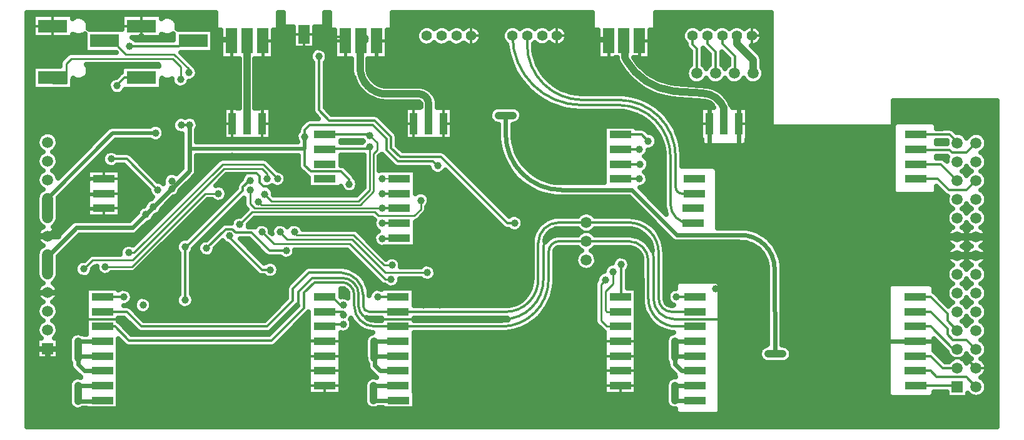
<source format=gbr>
G04 DipTrace 2.4.0.2*
%IN1_Layer_Top.gbr*%
%MOIN*%
%ADD10C,0.0098*%
%ADD14C,0.013*%
%ADD16C,0.0079*%
%ADD17C,0.0591*%
%ADD18C,0.0236*%
%ADD20C,0.0394*%
%ADD22C,0.0197*%
%ADD23C,0.0315*%
%ADD24C,0.0157*%
%ADD26C,0.025*%
%ADD33R,0.0591X0.0591*%
%ADD34C,0.0591*%
%ADD35R,0.1181X0.0394*%
%ADD36R,0.0591X0.1378*%
%ADD37R,0.0394X0.1181*%
%ADD38R,0.0591X0.0984*%
%ADD41R,0.1575X0.0709*%
%ADD42C,0.0551*%
%FSLAX44Y44*%
G04*
G70*
G90*
G75*
G01*
%LNTop*%
%LPD*%
X38898Y11220D2*
D14*
X39882D1*
X22992D2*
X24055D1*
X9449D2*
X8307D1*
X12717Y13898D2*
X12795D1*
X15787Y16890D1*
Y17087D1*
X16142Y17441D1*
X16181D1*
X12717Y11063D2*
Y13898D1*
X5394Y12476D2*
D17*
Y13476D1*
X8307Y8071D2*
D18*
X7008D1*
Y8425D1*
X8307Y7283D2*
X7362D1*
X7008Y7638D1*
Y7953D1*
Y8858D2*
X8307D1*
X24055Y8071D2*
X22795D1*
Y8425D1*
Y8858D2*
X23386D1*
X24055D1*
Y7283D2*
X23110D1*
X22835Y7559D1*
Y7953D1*
X22795D1*
X39882Y7283D2*
X39173D1*
X38819Y7638D1*
Y7992D1*
Y8858D2*
X39252D1*
X39882D1*
X38819Y7992D2*
D20*
Y8386D1*
Y8858D1*
X39882Y8071D2*
D18*
X38819D1*
Y8858D1*
X7008Y7953D2*
D20*
Y8858D1*
X22795Y7953D2*
Y8425D1*
Y8858D1*
X12008Y17008D2*
D18*
X10515Y15515D1*
X9921Y14921D1*
X6929D1*
X5484Y13476D1*
X5394D1*
X15079Y14488D2*
D14*
Y14409D1*
X16811Y12677D1*
X17244D1*
X10515Y15515D2*
X10630Y15630D1*
X21457Y17244D2*
Y17480D1*
X21024Y17913D1*
X19409D1*
X19094Y18228D1*
Y19764D1*
X12520Y20394D2*
X12953D1*
D18*
Y19134D1*
Y17953D1*
X12008Y17008D1*
X12953Y19134D2*
D22*
X19094D1*
Y19764D1*
D14*
Y20118D1*
X19370Y20394D1*
X22717D1*
X23465Y19646D1*
Y19055D1*
X24055Y18465D1*
X25906D1*
X26181Y18189D1*
Y18228D1*
X51614Y10433D2*
X52441D1*
X53346Y9528D1*
Y9213D1*
X53622Y8937D1*
X54370D1*
X54870Y8437D1*
X5669Y22913D2*
D10*
Y22638D1*
X6378D1*
Y23661D1*
X6654Y23937D1*
X12047D1*
X12480Y23504D1*
Y22835D1*
X13150Y24882D2*
D14*
X12677D1*
X12402Y24606D1*
X9764D1*
X24055Y6496D2*
D18*
X22756D1*
Y5709D2*
X24094D1*
X8307Y6496D2*
X7008D1*
Y5669D2*
X8268D1*
X8307Y5709D1*
X38819D2*
X39882D1*
Y6496D2*
X38819D1*
Y5709D2*
D20*
Y6496D1*
X7008Y5669D2*
Y6496D1*
X22756Y5709D2*
Y6496D1*
X5394Y15476D2*
D17*
Y16476D1*
X11142Y19961D2*
D22*
X8858D1*
X5472Y16575D1*
X5295D1*
X5394Y16476D1*
X29409Y20906D2*
D20*
X29803D1*
X30197D1*
X43780Y8189D2*
X44173D1*
X44567D1*
X44173D2*
D18*
X44145Y8201D1*
X44134Y12717D1*
G03X42323Y14528I-1811J0D01*
G01*
X38937D1*
X36535Y16929D1*
X32795D1*
G02X29803Y19921I0J2992D01*
G01*
Y20906D1*
X17638Y17520D2*
D10*
X17598D1*
Y17598D1*
X16890Y18307D1*
X14724D1*
X10000Y13583D1*
X9724D1*
X39803Y15157D2*
D14*
X39606D1*
G02X38583Y16181I0J1024D01*
G01*
Y18701D1*
G03X35827Y21457I-2756J0D01*
G01*
X33867D1*
G02X30166Y25157I0J3701D01*
G01*
X39843Y16732D2*
X39213D1*
G02X38858Y17087I0J354D01*
G01*
Y18701D1*
G03X35827Y21732I-3031J0D01*
G01*
X33898D1*
G02X30945Y24685I0J2953D01*
G01*
Y25137D1*
G02X30966Y25157I21J0D01*
G01*
X42126Y25154D2*
D20*
Y24724D1*
X42992Y23858D1*
Y23154D1*
X42996Y23150D1*
X51654Y17520D2*
D14*
X52835D1*
X53425Y16929D1*
X54362D1*
X54870Y17437D1*
X23228Y17520D2*
D16*
X24134D1*
X41339Y25154D2*
D14*
Y24724D1*
X42008Y24055D1*
Y23161D1*
X41996Y23150D1*
X14488Y16732D2*
D10*
X13780D1*
X9882Y12835D1*
X8465D1*
X51654Y18307D2*
D14*
X53000D1*
X53870Y17437D1*
X35906Y9646D2*
D10*
X35197D1*
X34882Y9961D1*
Y11890D1*
X35118Y12126D1*
X16811Y14685D2*
X17441Y14055D1*
X21496D1*
X23386Y12165D1*
X23701D1*
X35512Y12559D2*
Y11929D1*
X35118Y11535D1*
Y10512D1*
X35197Y10433D1*
X35906D1*
X17795Y14685D2*
X17756D1*
X18150Y14291D1*
X21614D1*
X23386Y12520D1*
X25630D1*
X16181Y16929D2*
Y16181D1*
X16417Y15945D1*
X23228D1*
D14*
X24134D1*
X35906Y17520D2*
X36929D1*
X23228Y15157D2*
X24134D1*
X23228Y14331D2*
X24094D1*
X24134Y14370D1*
X35945Y12953D2*
Y11260D1*
X35906Y11220D1*
X23740Y12913D2*
D10*
X23307D1*
X21693Y14528D1*
X18661D1*
X18543Y14646D1*
Y14685D1*
X13858Y13819D2*
D14*
X14882Y14843D1*
X15236D1*
X15433Y14646D1*
X16260D1*
X17205Y13701D1*
X18110D1*
X16024Y24882D2*
D20*
Y20472D1*
X19843Y24055D2*
D14*
Y21181D1*
X20394Y20630D1*
X22835D1*
X23701Y19764D1*
Y19173D1*
X24173Y18701D1*
X26339D1*
X29882Y15157D1*
X30276D1*
X20157Y11220D2*
X20551D1*
X20984Y10787D1*
X21142D1*
X51654Y6496D2*
X53811D1*
X53870Y6437D1*
X51614Y7283D2*
X52441D1*
X52756Y6969D1*
X54339D1*
X54870Y6437D1*
X51614Y8071D2*
X52441D1*
X53075Y7437D1*
X53870D1*
X51614Y9646D2*
X52441D1*
X53650Y8437D1*
X53870D1*
X20157Y10433D2*
X21142D1*
Y10276D1*
X51614Y11220D2*
X52441D1*
X53346Y10315D1*
Y9961D1*
X53870Y9437D1*
X8425Y24882D2*
D10*
X9134D1*
Y24606D1*
X9567Y24173D1*
X12126D1*
X12913Y23386D1*
Y23189D1*
X17087Y17520D2*
Y17795D1*
X16811Y18071D1*
X14803D1*
X9921Y13189D1*
X7795D1*
X7323Y12717D1*
X9094Y22480D2*
D14*
Y22520D1*
X9488Y22913D1*
X10394D1*
X15630Y15079D2*
D10*
X16299Y15748D1*
X22835D1*
X23031Y15551D1*
X24921D1*
X25276Y15906D1*
Y16378D1*
X24055Y10433D2*
D14*
X29803D1*
G03X31535Y12165I0J1732D01*
G01*
Y14094D1*
G02X32638Y15197I1102J0D01*
G01*
X34094D1*
X39882Y10433D2*
X38661D1*
G02X37953Y11142I0J709D01*
G01*
Y13583D1*
G03X36339Y15197I-1614J0D01*
G01*
X34094D1*
X8307Y10433D2*
X9606D1*
X10394Y9646D1*
X17087D1*
X18465Y11024D1*
Y11654D1*
X19331Y12520D1*
X21063D1*
G02X22205Y11339I-70J-1210D01*
G01*
Y10748D1*
G03X22520Y10433I315J0D01*
G01*
X24055D1*
X40551Y25154D2*
Y24724D1*
X40984Y24291D1*
Y23161D1*
X40996Y23150D1*
X41437Y20472D2*
D20*
Y21280D1*
G03X40315Y22087I-1160J-429D01*
G01*
X38740Y22205D1*
G02X36220Y23858I383J3330D01*
G01*
G02X36142Y24173I433J276D01*
G01*
X36102Y24882D1*
X39764Y25154D2*
D14*
Y24685D1*
X39996Y24453D1*
Y23150D1*
X35906Y18307D2*
X36969D1*
X8780Y18583D2*
X9606D1*
X11260Y16929D1*
X25689Y20472D2*
D20*
Y21555D1*
G03X25197Y22047I-492J0D01*
G01*
X23465D1*
G02X22047Y23465I0J1417D01*
G01*
Y25020D1*
G02X22087Y24882I130J-37D01*
G01*
X20157Y9646D2*
D14*
Y9764D1*
X21142D1*
X23228Y16732D2*
X24134D1*
X24055Y9646D2*
X29567D1*
G03X32087Y12165I0J2520D01*
G01*
Y13622D1*
G02X32661Y14197I575J0D01*
G01*
X34094D1*
X39882Y9646D2*
X38898D1*
G02X37402Y11142I0J1496D01*
G01*
Y13150D1*
G03X36354Y14197I-1047J0D01*
G01*
X34094D1*
X8307Y9646D2*
X8976D1*
X9724Y8898D1*
X17323D1*
X19055Y10630D1*
Y11457D1*
X19606Y12008D1*
X21063D1*
G02X21732Y11339I0J-669D01*
G01*
Y10748D1*
G03X22835Y9646I1102J0D01*
G01*
X24055D1*
X51614Y8858D2*
D18*
X52598D1*
D14*
X53504Y7953D1*
X54354D1*
X54870Y7437D1*
X35906Y8858D2*
X36811D1*
Y8071D1*
Y7283D1*
Y6496D1*
Y5551D1*
X35906Y6496D2*
X36811D1*
X35906Y7283D2*
X36811D1*
X35906Y8071D2*
X36811D1*
X53870Y14437D2*
D20*
X54870D1*
X53870Y13437D2*
X54870D1*
X36811Y5551D2*
D14*
X26575D1*
X25748Y4724D1*
X21890D1*
X21417Y5197D1*
Y6496D1*
Y7283D1*
Y8071D1*
X21102D1*
Y8740D1*
X20984Y8858D1*
X20157D1*
Y8071D2*
X21102D1*
X20157Y7283D2*
X21417D1*
X20157Y6496D2*
X21417D1*
X51614Y8858D2*
D18*
X50118D1*
D14*
X50039Y8780D1*
Y4843D1*
X37520D1*
X36811Y5551D1*
X5669Y25669D2*
Y24528D1*
X4685Y23543D1*
Y22402D1*
X4843Y22244D1*
X7677D1*
X8819Y21102D1*
X13780D1*
X13937Y20945D1*
Y20472D1*
X5374Y14357D2*
Y14476D1*
X5394D1*
Y8476D2*
X4713D1*
X4370Y8819D1*
Y11496D1*
X5374D1*
X5394Y11476D1*
X4370Y11496D2*
Y13976D1*
X4961Y14567D1*
X5303D1*
X5394Y14476D1*
D22*
X5421D1*
X6890Y15945D1*
Y17323D1*
X8622Y19055D1*
X9094D1*
X10394Y25079D2*
D14*
Y25669D1*
X5394Y14476D2*
D22*
Y14449D1*
X5512D1*
X6535Y15472D1*
X9370D1*
Y17756D1*
X9331Y17795D1*
X5394Y14476D2*
X5500D1*
X6952Y15928D1*
X8369D1*
X8386Y15945D1*
X6952Y15928D2*
Y16710D1*
X8363D1*
X8386Y16732D1*
X6952Y16710D2*
Y16834D1*
X7638Y17520D1*
X8386D1*
X5394Y14476D2*
D14*
D3*
Y11476D2*
X5689D1*
X6693Y12480D1*
Y13386D1*
X7441Y14134D1*
X10000D1*
X14365Y18499D1*
X14129D1*
X14409Y18780D1*
X15197D1*
X15236Y18740D1*
X12480Y19685D2*
X12126D1*
Y20906D1*
X13583D1*
X15236Y18740D2*
X18661D1*
X18701Y18701D1*
X14724Y17244D2*
X15118D1*
X15709Y17835D1*
X16535D1*
X16693Y17677D1*
Y17323D1*
X16890Y17126D1*
X18346D1*
X18740Y17520D1*
Y17835D1*
Y18661D1*
X18701Y18701D1*
X18071Y17835D2*
X18740D1*
X18346Y17126D2*
X20827D1*
X21102Y16850D1*
X21850D1*
X22087Y17087D1*
Y17913D1*
X21890Y18110D1*
X5394Y11476D2*
X5827Y11496D1*
G02X6299Y11024I0J-472D01*
G01*
Y10512D1*
G03X6772Y10039I472J0D01*
G01*
X9463D1*
X10039Y9291D1*
X17165D1*
X18740Y10866D1*
Y11496D1*
X19488Y12244D1*
X21063D1*
G02X21969Y11339I0J-906D01*
G01*
Y10709D1*
G03X22677Y10039I710J41D01*
G01*
X29685D1*
G03X31811Y12165I0J2126D01*
G01*
Y13858D1*
G02X32638Y14685I827J0D01*
G01*
X36339D1*
G02X37677Y13346I0J-1339D01*
G01*
Y11142D1*
G03X38780Y10039I1102J0D01*
G01*
X41520D1*
X41929Y10449D1*
Y10709D1*
X5394Y8476D2*
Y5827D1*
X6496Y4724D1*
X14449D1*
X18622Y8898D1*
X20118D1*
X20157Y8858D1*
X15197Y24882D2*
Y23479D1*
Y22874D1*
Y20512D1*
X15236Y20472D1*
X20472Y24449D2*
D16*
Y25079D1*
X21260Y24882D2*
D14*
Y23701D1*
G03X21419Y22902I2087J0D01*
G01*
G03X21871Y22225I1928J798D01*
G01*
G03X23346Y21614I1475J1475D01*
G01*
X24449D1*
G02X24882Y21181I0J-433D01*
G01*
Y20492D1*
X24902Y20472D1*
X20472Y25079D2*
X21063D1*
X21260Y24882D1*
X24764Y21457D2*
X24606D1*
X24449Y21614D1*
X23346Y21496D2*
Y21614D1*
X22126Y21929D2*
Y21970D1*
X21871Y22225D1*
X21299Y23189D2*
Y23022D1*
X21419Y22902D1*
X23701Y25039D2*
D16*
Y24449D1*
X26476Y20472D2*
D14*
Y21358D1*
G03X26386Y21800I-1122J0D01*
G01*
G03X25354Y22480I-1032J-441D01*
G01*
X24506D1*
X23701D1*
G02X22886Y23169I0J827D01*
G01*
G02X22874Y23307I814J138D01*
G01*
Y25020D1*
G02X22913Y24882I130J-37D01*
G01*
X23543D1*
X23701Y25039D1*
X23661Y22638D2*
Y22480D1*
X23701D1*
X25039Y22598D2*
X24624D1*
X24506Y22480D1*
X26378Y21575D2*
X26386Y21800D1*
X22874Y23425D2*
X22886Y23169D1*
X13386Y24016D2*
X14055D1*
X15197Y22874D1*
X14409Y24409D2*
D16*
Y25039D1*
X17638Y25079D2*
Y24409D1*
X16850Y24882D2*
D14*
Y23524D1*
Y20512D1*
X16811Y20472D1*
X14409Y25039D2*
X15039D1*
X15197Y24882D1*
X16850D2*
X17441D1*
X17638Y25079D1*
X15197Y23740D2*
Y23479D1*
X16850Y23780D2*
Y23524D1*
X19055Y25236D2*
Y23780D1*
X16850D1*
X14567Y12677D2*
X15945D1*
X16693Y11929D1*
X17638D1*
X18346Y12638D1*
X18701D1*
X19134Y13071D1*
X21732D1*
X23031Y11772D1*
X25157D1*
X25236Y11693D1*
X14134Y18661D2*
X14365Y18499D1*
X14528Y18780D2*
X18701D1*
Y18701D1*
X37717Y24429D2*
D16*
Y25059D1*
X36929Y24882D2*
D14*
X37539D1*
X37717Y25059D1*
X34488Y24390D2*
D16*
Y25020D1*
D14*
X35138D1*
X35276Y24882D1*
X42224Y20472D2*
D18*
Y21398D1*
X42205Y21417D1*
X40650Y20472D2*
Y21358D1*
X40630Y21378D1*
X40650Y20472D2*
Y18917D1*
X41260Y18307D1*
X40512Y22677D2*
D14*
X39685D1*
X39606Y22756D1*
X39173D1*
X32529Y25157D2*
X34350D1*
G02X34488Y25020I0J-138D01*
G01*
X42224Y20472D2*
D18*
Y19272D1*
X41260Y18307D1*
X20157Y19094D2*
D14*
Y19134D1*
X22559D1*
Y19213D1*
X51654Y19094D2*
Y19055D1*
X53465D1*
X53583Y18937D1*
X54370D1*
X54870Y19437D1*
X35906Y19094D2*
X36929D1*
X16969Y16693D2*
D10*
X17323Y16339D1*
X21969D1*
X22559Y16929D1*
Y19213D1*
X20157Y19882D2*
D14*
X22559D1*
Y19843D1*
X51654Y19882D2*
X53465D1*
X53819Y19528D1*
X53961D1*
X53870Y19437D1*
X35906Y19882D2*
X37047D1*
X37402Y19528D1*
X16614Y16299D2*
D10*
X16772Y16142D1*
X22047D1*
X22756Y16850D1*
Y18858D1*
X22953Y19055D1*
Y19449D1*
X22559Y19843D1*
D20*
X14409Y24409D3*
X17244Y19606D3*
X7323Y12717D3*
X8465Y12835D3*
X8780Y18583D3*
X9094Y22480D3*
Y19055D3*
X9331Y17795D3*
X9764Y24606D3*
X10394Y25079D3*
X10472Y10787D3*
X10630Y15630D3*
X11024Y16024D3*
X11142Y19961D3*
X11260Y16929D3*
X11929Y13268D3*
X12008Y17008D3*
X12126Y19685D3*
X12480Y22835D3*
Y19685D3*
X12520Y20394D3*
X12008Y17402D3*
X12913Y23189D3*
X12953Y20394D3*
X12717Y13898D3*
X13386Y24016D3*
X14567Y12677D3*
X15079Y14488D3*
X19843Y24055D3*
X14409Y25039D3*
X14488Y16732D3*
X14724Y17244D3*
X15197Y23740D3*
X15236Y18740D3*
X15630Y15079D3*
X16181Y17441D3*
Y16929D3*
X16614Y16299D3*
X16811Y14685D3*
X16850Y23780D3*
X16969Y16693D3*
X17087Y17520D3*
X17244Y12677D3*
X30276Y15157D3*
X17638Y25079D3*
Y24409D3*
Y17520D3*
X17795Y14685D3*
X18071Y17835D3*
X18543Y14685D3*
X18701Y18701D3*
X18346Y12638D3*
X19094Y19764D3*
X20472Y25079D3*
Y24449D3*
X21299Y23189D3*
X21457Y17244D3*
X21890Y18110D3*
X22126Y21929D3*
X22874Y23425D3*
X23228Y17520D3*
Y16732D3*
Y15945D3*
Y15157D3*
Y14331D3*
X23346Y21496D3*
X23701Y25039D3*
Y24449D3*
X23661Y22638D3*
X23701Y12165D3*
X23740Y12913D3*
X24213Y20354D3*
X24764Y21457D3*
X25039Y22598D3*
X25236Y11693D3*
X25433Y10787D3*
X25630Y12520D3*
X26260Y11693D3*
X26378Y21575D3*
X26299Y10787D3*
X25276Y16378D3*
X28031Y20118D3*
X28071Y18898D3*
X31378Y18031D3*
X32835Y20748D3*
X32874Y11693D3*
X32953Y10709D3*
X32992Y9331D3*
X34449Y20748D3*
X34488Y25020D3*
Y24390D3*
X35118Y12126D3*
X35512Y12559D3*
X35630Y23622D3*
X35748Y20748D3*
X35945Y12953D3*
X36299Y22677D3*
X37165Y23701D3*
X37480Y9331D3*
X37362Y21969D3*
X37717Y25059D3*
Y24429D3*
X38071Y22992D3*
X38701Y13780D3*
X39173Y22756D3*
X38740Y21614D3*
X39921Y21496D3*
X40630Y21378D3*
X40984Y11654D3*
X41260Y18307D3*
X40512Y22677D3*
X41929Y10709D3*
X41535Y22323D3*
X42205Y21417D3*
X44252Y18346D3*
X46496Y9252D3*
X46535Y10709D3*
X46575Y11693D3*
X46614Y13819D3*
X46693Y18346D3*
X50000Y9252D3*
X50039Y13819D3*
X50079Y11693D3*
Y10709D3*
X18110Y13701D3*
X13858Y13819D3*
X14213Y15945D3*
X4304Y26142D2*
D26*
X4591D1*
X7290D2*
X9318D1*
X12016D2*
X14318D1*
X17727D2*
X17920D1*
X20188D2*
X20380D1*
X23790D2*
X34396D1*
X37805D2*
X43923D1*
X4304Y25893D2*
X4591D1*
X7544D2*
X9318D1*
X12266D2*
X14318D1*
X17727D2*
X17920D1*
X20188D2*
X20380D1*
X23790D2*
X34396D1*
X37805D2*
X43923D1*
X4304Y25645D2*
X4591D1*
X7591D2*
X9318D1*
X12317D2*
X14318D1*
X17727D2*
X17920D1*
X20180D2*
X20380D1*
X23790D2*
X25361D1*
X25837D2*
X26162D1*
X26638D2*
X26939D1*
X27411D2*
X27724D1*
X28200D2*
X29908D1*
X30427D2*
X30709D1*
X31223D2*
X31482D1*
X32001D2*
X32271D1*
X32786D2*
X34396D1*
X37805D2*
X39513D1*
X40016D2*
X40298D1*
X40805D2*
X41088D1*
X41591D2*
X41873D1*
X42380D2*
X42662D1*
X43165D2*
X43923D1*
X4304Y25396D2*
X4591D1*
X14227D2*
X14611D1*
X17434D2*
X18470D1*
X19641D2*
X20673D1*
X23497D2*
X25095D1*
X28466D2*
X29658D1*
X33040D2*
X34689D1*
X37513D2*
X39255D1*
X43423D2*
X43923D1*
X4304Y25147D2*
X4591D1*
X6747D2*
X7349D1*
X11470D2*
X12072D1*
X14227D2*
X14611D1*
X17434D2*
X18470D1*
X19641D2*
X20673D1*
X23497D2*
X25033D1*
X28528D2*
X29599D1*
X33095D2*
X34689D1*
X37513D2*
X39197D1*
X43477D2*
X43923D1*
X4304Y24899D2*
X7349D1*
X14227D2*
X14611D1*
X17434D2*
X18470D1*
X19641D2*
X20673D1*
X23497D2*
X25095D1*
X28466D2*
X29666D1*
X33028D2*
X34689D1*
X37513D2*
X39263D1*
X43415D2*
X43923D1*
X4304Y24650D2*
X7349D1*
X14227D2*
X14611D1*
X17434D2*
X18470D1*
X19641D2*
X20673D1*
X23497D2*
X25365D1*
X25837D2*
X26162D1*
X26634D2*
X26939D1*
X27411D2*
X27724D1*
X28196D2*
X29845D1*
X31302D2*
X31529D1*
X31950D2*
X32318D1*
X32739D2*
X34689D1*
X37513D2*
X39412D1*
X43134D2*
X43923D1*
X4304Y24401D2*
X7349D1*
X14227D2*
X14611D1*
X17434D2*
X19513D1*
X20173D2*
X20673D1*
X23497D2*
X29884D1*
X31317D2*
X34689D1*
X37513D2*
X39556D1*
X43126D2*
X43923D1*
X4304Y24153D2*
X6400D1*
X12614D2*
X14611D1*
X17434D2*
X19365D1*
X20317D2*
X20673D1*
X23497D2*
X29939D1*
X31356D2*
X34689D1*
X37513D2*
X39642D1*
X40352D2*
X40630D1*
X41341D2*
X41420D1*
X43372D2*
X43923D1*
X4304Y23904D2*
X6150D1*
X12864D2*
X15537D1*
X16509D2*
X19380D1*
X20305D2*
X21560D1*
X22532D2*
X30013D1*
X31419D2*
X35681D1*
X36763D2*
X39642D1*
X40352D2*
X40630D1*
X41341D2*
X41654D1*
X43477D2*
X43923D1*
X4304Y23655D2*
X6041D1*
X13114D2*
X15537D1*
X16509D2*
X19486D1*
X20196D2*
X21560D1*
X22532D2*
X30103D1*
X31513D2*
X35779D1*
X36954D2*
X39642D1*
X40352D2*
X40630D1*
X41341D2*
X41654D1*
X43477D2*
X43923D1*
X4304Y23406D2*
X4591D1*
X7583D2*
X9318D1*
X13345D2*
X15537D1*
X16509D2*
X19486D1*
X20196D2*
X21564D1*
X22540D2*
X30213D1*
X31634D2*
X35935D1*
X37192D2*
X39474D1*
X43520D2*
X43923D1*
X4304Y23158D2*
X4591D1*
X7571D2*
X9244D1*
X13399D2*
X15537D1*
X16509D2*
X19486D1*
X20196D2*
X21588D1*
X22587D2*
X30345D1*
X31790D2*
X36119D1*
X37505D2*
X39412D1*
X43583D2*
X43923D1*
X4304Y22909D2*
X4591D1*
X7407D2*
X8900D1*
X13305D2*
X15537D1*
X16509D2*
X19486D1*
X20196D2*
X21646D1*
X22716D2*
X30498D1*
X31993D2*
X36334D1*
X37942D2*
X39466D1*
X43528D2*
X43923D1*
X4304Y22660D2*
X4591D1*
X6747D2*
X8646D1*
X11470D2*
X12029D1*
X12934D2*
X15537D1*
X16509D2*
X19486D1*
X20196D2*
X21744D1*
X22977D2*
X30681D1*
X32255D2*
X36595D1*
X38860D2*
X39697D1*
X40294D2*
X40697D1*
X41294D2*
X41697D1*
X42294D2*
X42697D1*
X43294D2*
X43923D1*
X4304Y22412D2*
X4591D1*
X6747D2*
X8615D1*
X11470D2*
X12271D1*
X12692D2*
X15537D1*
X16509D2*
X19486D1*
X20196D2*
X21888D1*
X25638D2*
X30892D1*
X32618D2*
X36912D1*
X40970D2*
X43923D1*
X4304Y22163D2*
X8736D1*
X9454D2*
X15537D1*
X16509D2*
X19486D1*
X20196D2*
X22088D1*
X25958D2*
X31146D1*
X33204D2*
X37318D1*
X41380D2*
X43923D1*
X4304Y21914D2*
X15537D1*
X16509D2*
X19486D1*
X20196D2*
X22384D1*
X26106D2*
X31451D1*
X36833D2*
X37904D1*
X41622D2*
X43923D1*
X4304Y21666D2*
X15537D1*
X16509D2*
X19486D1*
X20196D2*
X22904D1*
X26169D2*
X31830D1*
X37430D2*
X39728D1*
X41790D2*
X43923D1*
X50485D2*
X55970D1*
X4304Y21417D2*
X15537D1*
X16509D2*
X19486D1*
X20196D2*
X25201D1*
X26177D2*
X32341D1*
X37829D2*
X40779D1*
X41903D2*
X43923D1*
X50485D2*
X55970D1*
X4304Y21168D2*
X14748D1*
X17298D2*
X19490D1*
X20348D2*
X24416D1*
X26962D2*
X29005D1*
X30602D2*
X33275D1*
X38134D2*
X40162D1*
X42712D2*
X43923D1*
X50485D2*
X55970D1*
X4304Y20920D2*
X14748D1*
X17298D2*
X19611D1*
X23016D2*
X24416D1*
X26962D2*
X28923D1*
X30684D2*
X36779D1*
X38376D2*
X40162D1*
X42712D2*
X43923D1*
X50485D2*
X55970D1*
X4304Y20671D2*
X12127D1*
X13348D2*
X14748D1*
X17298D2*
X19166D1*
X23286D2*
X24416D1*
X26962D2*
X28986D1*
X30618D2*
X37216D1*
X38575D2*
X40162D1*
X42712D2*
X43923D1*
X50485D2*
X55970D1*
X4304Y20422D2*
X12033D1*
X13438D2*
X14748D1*
X17298D2*
X18908D1*
X23532D2*
X24416D1*
X26962D2*
X29396D1*
X30212D2*
X37509D1*
X38739D2*
X40162D1*
X42712D2*
X43923D1*
X52770D2*
X55970D1*
X4304Y20174D2*
X8533D1*
X11575D2*
X12088D1*
X13384D2*
X14748D1*
X17298D2*
X18744D1*
X23782D2*
X24416D1*
X26962D2*
X29396D1*
X30212D2*
X35025D1*
X37227D2*
X37728D1*
X38872D2*
X40162D1*
X42712D2*
X50435D1*
X53645D2*
X55970D1*
X4304Y19925D2*
X5033D1*
X5755D2*
X8283D1*
X11626D2*
X12545D1*
X13360D2*
X14748D1*
X17298D2*
X18638D1*
X24013D2*
X24416D1*
X26962D2*
X29396D1*
X30212D2*
X35025D1*
X37661D2*
X37896D1*
X38981D2*
X40162D1*
X42712D2*
X50435D1*
X54169D2*
X54572D1*
X55169D2*
X55970D1*
X4304Y19676D2*
X4845D1*
X5942D2*
X8037D1*
X11532D2*
X12545D1*
X13360D2*
X14748D1*
X17298D2*
X18615D1*
X24055D2*
X24416D1*
X26962D2*
X29404D1*
X30223D2*
X35025D1*
X37864D2*
X38021D1*
X39067D2*
X40162D1*
X42712D2*
X50435D1*
X55403D2*
X55970D1*
X4304Y19427D2*
X4810D1*
X5977D2*
X7787D1*
X8864D2*
X12545D1*
X24055D2*
X29431D1*
X30259D2*
X35025D1*
X37876D2*
X38115D1*
X39134D2*
X40259D1*
X42653D2*
X50435D1*
X52794D2*
X53287D1*
X55454D2*
X55970D1*
X4304Y19179D2*
X4896D1*
X5891D2*
X7537D1*
X8614D2*
X12545D1*
X24188D2*
X29478D1*
X30321D2*
X35025D1*
X37727D2*
X38177D1*
X39177D2*
X50435D1*
X55391D2*
X55970D1*
X4304Y18930D2*
X5041D1*
X5747D2*
X7291D1*
X8368D2*
X8448D1*
X9110D2*
X12545D1*
X26602D2*
X29545D1*
X30407D2*
X35025D1*
X37384D2*
X38216D1*
X39204D2*
X50435D1*
X55161D2*
X55970D1*
X4304Y18681D2*
X4849D1*
X5938D2*
X7041D1*
X8118D2*
X8302D1*
X10001D2*
X12545D1*
X13360D2*
X18740D1*
X21036D2*
X22220D1*
X23095D2*
X23345D1*
X26848D2*
X29634D1*
X30528D2*
X35025D1*
X37263D2*
X38228D1*
X39212D2*
X50435D1*
X52794D2*
X53341D1*
X55399D2*
X55970D1*
X4304Y18433D2*
X4810D1*
X5977D2*
X6791D1*
X7868D2*
X8318D1*
X10247D2*
X12545D1*
X13360D2*
X14380D1*
X17231D2*
X18740D1*
X21036D2*
X22220D1*
X23095D2*
X23595D1*
X27098D2*
X29740D1*
X30680D2*
X35025D1*
X37438D2*
X38228D1*
X39212D2*
X50435D1*
X55454D2*
X55970D1*
X4304Y18184D2*
X4892D1*
X5895D2*
X6545D1*
X7622D2*
X8521D1*
X9036D2*
X9513D1*
X10497D2*
X12545D1*
X13360D2*
X14130D1*
X17481D2*
X18744D1*
X21235D2*
X22220D1*
X23095D2*
X23857D1*
X27348D2*
X29877D1*
X30876D2*
X35025D1*
X37438D2*
X38228D1*
X40942D2*
X50435D1*
X55395D2*
X55970D1*
X4304Y17935D2*
X5048D1*
X5739D2*
X6295D1*
X7372D2*
X7505D1*
X9266D2*
X9763D1*
X10743D2*
X12369D1*
X13360D2*
X13884D1*
X17864D2*
X18896D1*
X21493D2*
X22220D1*
X25013D2*
X25798D1*
X27595D2*
X30045D1*
X31130D2*
X35025D1*
X37266D2*
X38228D1*
X41102D2*
X50435D1*
X54149D2*
X54591D1*
X55149D2*
X55970D1*
X4304Y17687D2*
X4849D1*
X5938D2*
X6042D1*
X7122D2*
X7505D1*
X9266D2*
X10009D1*
X10993D2*
X11619D1*
X13255D2*
X13634D1*
X14888D2*
X15767D1*
X18095D2*
X19146D1*
X21739D2*
X22220D1*
X25013D2*
X26861D1*
X27845D2*
X30240D1*
X31477D2*
X35025D1*
X37384D2*
X38228D1*
X41102D2*
X50435D1*
X55395D2*
X55970D1*
X4304Y17438D2*
X4810D1*
X6876D2*
X7505D1*
X9266D2*
X10259D1*
X11243D2*
X11521D1*
X13005D2*
X13384D1*
X14638D2*
X15646D1*
X18118D2*
X19279D1*
X21899D2*
X22220D1*
X25013D2*
X27111D1*
X28095D2*
X30486D1*
X32024D2*
X35025D1*
X37407D2*
X38228D1*
X41102D2*
X50435D1*
X55454D2*
X55970D1*
X4304Y17189D2*
X4888D1*
X6626D2*
X7505D1*
X9266D2*
X10509D1*
X12755D2*
X13138D1*
X14575D2*
X15451D1*
X17985D2*
X19279D1*
X21938D2*
X22220D1*
X25013D2*
X27357D1*
X28341D2*
X30791D1*
X37278D2*
X38228D1*
X41102D2*
X50435D1*
X55399D2*
X55970D1*
X4304Y16941D2*
X5056D1*
X6376D2*
X7505D1*
X9266D2*
X10755D1*
X12509D2*
X12888D1*
X14927D2*
X15345D1*
X17384D2*
X21084D1*
X21829D2*
X22103D1*
X25013D2*
X27607D1*
X28591D2*
X31189D1*
X37091D2*
X38228D1*
X41102D2*
X50435D1*
X52794D2*
X52923D1*
X55153D2*
X55970D1*
X4304Y16692D2*
X4853D1*
X6130D2*
X7505D1*
X9266D2*
X10838D1*
X12368D2*
X12638D1*
X14973D2*
X15100D1*
X17454D2*
X21853D1*
X25638D2*
X27857D1*
X28841D2*
X31795D1*
X37341D2*
X38228D1*
X41102D2*
X50607D1*
X52622D2*
X53170D1*
X55395D2*
X55970D1*
X4304Y16443D2*
X4810D1*
X5977D2*
X7505D1*
X9266D2*
X10806D1*
X12009D2*
X12392D1*
X25759D2*
X28103D1*
X29087D2*
X36455D1*
X37587D2*
X38228D1*
X41102D2*
X53287D1*
X55454D2*
X55970D1*
X4304Y16195D2*
X4810D1*
X5977D2*
X7505D1*
X9266D2*
X10568D1*
X11763D2*
X12142D1*
X13712D2*
X14599D1*
X15583D2*
X15841D1*
X25723D2*
X28353D1*
X29337D2*
X36705D1*
X37837D2*
X38228D1*
X41102D2*
X53341D1*
X55399D2*
X55970D1*
X4304Y15946D2*
X4810D1*
X5977D2*
X7505D1*
X9266D2*
X10267D1*
X11513D2*
X11892D1*
X13462D2*
X14353D1*
X15337D2*
X15947D1*
X25614D2*
X28603D1*
X29587D2*
X36951D1*
X38087D2*
X38250D1*
X41102D2*
X53576D1*
X54165D2*
X54576D1*
X55165D2*
X55970D1*
X4304Y15697D2*
X4810D1*
X5977D2*
X7505D1*
X9266D2*
X10130D1*
X11376D2*
X11646D1*
X13212D2*
X14103D1*
X15087D2*
X15779D1*
X25536D2*
X28849D1*
X29833D2*
X33818D1*
X34372D2*
X37201D1*
X41102D2*
X53349D1*
X55391D2*
X55970D1*
X4304Y15448D2*
X4810D1*
X5977D2*
X9880D1*
X11079D2*
X11396D1*
X12966D2*
X13853D1*
X14837D2*
X15330D1*
X25286D2*
X29099D1*
X30657D2*
X32154D1*
X36899D2*
X37451D1*
X41102D2*
X53287D1*
X55454D2*
X55970D1*
X4304Y15200D2*
X4880D1*
X5907D2*
X6642D1*
X10821D2*
X11146D1*
X12716D2*
X13607D1*
X14591D2*
X15158D1*
X16220D2*
X22744D1*
X25013D2*
X29349D1*
X30759D2*
X31705D1*
X37442D2*
X37697D1*
X41102D2*
X53338D1*
X55403D2*
X55970D1*
X4304Y14951D2*
X5072D1*
X5716D2*
X6392D1*
X10516D2*
X10900D1*
X12466D2*
X13357D1*
X14341D2*
X14500D1*
X17212D2*
X17392D1*
X18946D2*
X22791D1*
X25013D2*
X29595D1*
X30712D2*
X31466D1*
X37739D2*
X37947D1*
X41102D2*
X53568D1*
X54173D2*
X54568D1*
X55173D2*
X55970D1*
X4304Y14702D2*
X4857D1*
X5930D2*
X6142D1*
X10270D2*
X10650D1*
X12220D2*
X13107D1*
X14091D2*
X14250D1*
X21985D2*
X22931D1*
X25013D2*
X30173D1*
X30380D2*
X31318D1*
X32188D2*
X33806D1*
X34384D2*
X36939D1*
X37954D2*
X38197D1*
X43278D2*
X53353D1*
X55388D2*
X55970D1*
X4304Y14454D2*
X4810D1*
X7028D2*
X10404D1*
X11970D2*
X12861D1*
X13845D2*
X14000D1*
X22235D2*
X22759D1*
X25013D2*
X31228D1*
X31981D2*
X32283D1*
X36813D2*
X37255D1*
X38098D2*
X38443D1*
X43684D2*
X53287D1*
X55454D2*
X55970D1*
X4304Y14205D2*
X4880D1*
X6778D2*
X10154D1*
X11720D2*
X12345D1*
X15774D2*
X16209D1*
X22485D2*
X22759D1*
X25013D2*
X31189D1*
X37263D2*
X37435D1*
X38204D2*
X38705D1*
X43958D2*
X53334D1*
X55403D2*
X55970D1*
X4304Y13956D2*
X5080D1*
X6532D2*
X9427D1*
X11473D2*
X12232D1*
X14485D2*
X15041D1*
X16024D2*
X16459D1*
X22731D2*
X22931D1*
X25013D2*
X31181D1*
X38270D2*
X43005D1*
X44157D2*
X53556D1*
X54184D2*
X54556D1*
X55184D2*
X55970D1*
X4304Y13708D2*
X4857D1*
X6282D2*
X9255D1*
X11223D2*
X12271D1*
X13161D2*
X13384D1*
X14333D2*
X15291D1*
X16270D2*
X16705D1*
X18598D2*
X21373D1*
X22981D2*
X31181D1*
X32458D2*
X33798D1*
X34391D2*
X36779D1*
X38302D2*
X43322D1*
X44302D2*
X53353D1*
X55384D2*
X55970D1*
X4304Y13459D2*
X4810D1*
X6032D2*
X7611D1*
X10973D2*
X12361D1*
X13071D2*
X13545D1*
X14173D2*
X15537D1*
X16520D2*
X16955D1*
X18528D2*
X21623D1*
X23231D2*
X31181D1*
X32442D2*
X33576D1*
X34614D2*
X36974D1*
X38309D2*
X43517D1*
X44411D2*
X53287D1*
X55454D2*
X55970D1*
X4304Y13210D2*
X4810D1*
X5977D2*
X7349D1*
X10727D2*
X12361D1*
X13071D2*
X15787D1*
X16770D2*
X21873D1*
X24118D2*
X31181D1*
X32442D2*
X33509D1*
X34680D2*
X35537D1*
X36352D2*
X37041D1*
X38309D2*
X43634D1*
X44485D2*
X53334D1*
X55407D2*
X55970D1*
X4304Y12962D2*
X4810D1*
X5977D2*
X6908D1*
X10477D2*
X12361D1*
X13071D2*
X16037D1*
X17634D2*
X22119D1*
X24223D2*
X25470D1*
X25790D2*
X31181D1*
X32442D2*
X33560D1*
X34626D2*
X35259D1*
X36430D2*
X37048D1*
X38309D2*
X43701D1*
X44528D2*
X53548D1*
X54192D2*
X54548D1*
X55192D2*
X55970D1*
X4304Y12713D2*
X4810D1*
X5977D2*
X6838D1*
X7809D2*
X7992D1*
X10227D2*
X12361D1*
X13071D2*
X16283D1*
X17731D2*
X19033D1*
X21653D2*
X22369D1*
X26075D2*
X31181D1*
X32442D2*
X33787D1*
X34403D2*
X35052D1*
X36364D2*
X37048D1*
X38309D2*
X43724D1*
X44540D2*
X53357D1*
X55384D2*
X55970D1*
X4304Y12464D2*
X4810D1*
X5977D2*
X6912D1*
X7735D2*
X8166D1*
X8766D2*
X12361D1*
X13071D2*
X16533D1*
X17680D2*
X18783D1*
X22040D2*
X22619D1*
X26114D2*
X31181D1*
X32442D2*
X34779D1*
X36298D2*
X37048D1*
X38309D2*
X43728D1*
X44544D2*
X53287D1*
X55454D2*
X55970D1*
X4304Y12216D2*
X4873D1*
X5915D2*
X12361D1*
X13071D2*
X18537D1*
X22263D2*
X22865D1*
X26001D2*
X31181D1*
X32442D2*
X34638D1*
X36298D2*
X37048D1*
X38309D2*
X43728D1*
X44544D2*
X53330D1*
X55411D2*
X55970D1*
X4304Y11967D2*
X5099D1*
X5688D2*
X12361D1*
X13071D2*
X18287D1*
X22411D2*
X23115D1*
X24141D2*
X31166D1*
X32434D2*
X34552D1*
X36298D2*
X37048D1*
X38309D2*
X38877D1*
X41204D2*
X43728D1*
X44544D2*
X53541D1*
X54200D2*
X54541D1*
X55200D2*
X55970D1*
X4304Y11718D2*
X4865D1*
X5923D2*
X12361D1*
X13071D2*
X18115D1*
X22505D2*
X23560D1*
X23841D2*
X31107D1*
X32407D2*
X34545D1*
X36298D2*
X37048D1*
X38309D2*
X38822D1*
X41259D2*
X43728D1*
X44544D2*
X50162D1*
X52634D2*
X53361D1*
X55380D2*
X55970D1*
X4304Y11469D2*
X4810D1*
X5977D2*
X7427D1*
X9864D2*
X12361D1*
X13071D2*
X18111D1*
X21036D2*
X21349D1*
X24934D2*
X30994D1*
X32352D2*
X34545D1*
X36786D2*
X37048D1*
X38309D2*
X38484D1*
X41259D2*
X43728D1*
X44544D2*
X50158D1*
X52680D2*
X53287D1*
X55454D2*
X55970D1*
X4304Y11221D2*
X4869D1*
X5919D2*
X7427D1*
X9934D2*
X10287D1*
X10657D2*
X12259D1*
X13177D2*
X18111D1*
X24934D2*
X30810D1*
X32278D2*
X34545D1*
X36786D2*
X37048D1*
X38309D2*
X38408D1*
X41259D2*
X43728D1*
X44544D2*
X50158D1*
X52930D2*
X53330D1*
X55411D2*
X55970D1*
X4304Y10972D2*
X5107D1*
X5680D2*
X7427D1*
X9864D2*
X10025D1*
X10919D2*
X12240D1*
X13192D2*
X17923D1*
X24934D2*
X30513D1*
X32177D2*
X34545D1*
X36786D2*
X37056D1*
X38348D2*
X38481D1*
X41259D2*
X43732D1*
X44548D2*
X50158D1*
X53180D2*
X53533D1*
X54208D2*
X54533D1*
X55208D2*
X55970D1*
X4304Y10723D2*
X4865D1*
X5923D2*
X7427D1*
X9786D2*
X9990D1*
X10954D2*
X12380D1*
X13055D2*
X17673D1*
X32048D2*
X34545D1*
X36786D2*
X37099D1*
X41259D2*
X43732D1*
X44548D2*
X50158D1*
X55376D2*
X55970D1*
X4304Y10475D2*
X4810D1*
X5977D2*
X7427D1*
X10837D2*
X17423D1*
X31884D2*
X34545D1*
X36786D2*
X37173D1*
X41259D2*
X43732D1*
X44548D2*
X50158D1*
X55454D2*
X55970D1*
X4304Y10226D2*
X4869D1*
X5919D2*
X7427D1*
X10305D2*
X17177D1*
X19141D2*
X19279D1*
X31677D2*
X34545D1*
X36786D2*
X37295D1*
X41259D2*
X43732D1*
X44548D2*
X50158D1*
X55415D2*
X55970D1*
X4304Y9977D2*
X5115D1*
X5673D2*
X7427D1*
X9188D2*
X9572D1*
X10552D2*
X16927D1*
X18895D2*
X19279D1*
X22841D2*
X23173D1*
X24934D2*
X29584D1*
X31415D2*
X34545D1*
X36786D2*
X37470D1*
X41259D2*
X43732D1*
X44548D2*
X50158D1*
X54216D2*
X54525D1*
X55216D2*
X55970D1*
X4304Y9729D2*
X4869D1*
X5919D2*
X7427D1*
X9384D2*
X9818D1*
X18645D2*
X19279D1*
X21626D2*
X21802D1*
X31067D2*
X34646D1*
X36786D2*
X37720D1*
X41259D2*
X43732D1*
X44548D2*
X50158D1*
X55372D2*
X55970D1*
X4304Y9480D2*
X4810D1*
X5977D2*
X7427D1*
X9634D2*
X10068D1*
X18395D2*
X19279D1*
X21532D2*
X22150D1*
X30540D2*
X34892D1*
X36786D2*
X38123D1*
X41259D2*
X43736D1*
X44552D2*
X50158D1*
X55454D2*
X55970D1*
X4304Y9231D2*
X4865D1*
X5923D2*
X6713D1*
X9884D2*
X17166D1*
X18149D2*
X19279D1*
X21036D2*
X22498D1*
X24934D2*
X35025D1*
X36786D2*
X38521D1*
X41259D2*
X43736D1*
X44552D2*
X50158D1*
X55415D2*
X55970D1*
X4304Y8983D2*
X4810D1*
X5977D2*
X6537D1*
X17899D2*
X19279D1*
X21036D2*
X22326D1*
X24934D2*
X35025D1*
X36786D2*
X38349D1*
X41259D2*
X43736D1*
X44552D2*
X50158D1*
X55223D2*
X55970D1*
X4304Y8734D2*
X4810D1*
X5977D2*
X6521D1*
X9188D2*
X9396D1*
X17649D2*
X19279D1*
X21036D2*
X22310D1*
X24934D2*
X35025D1*
X36786D2*
X38334D1*
X41259D2*
X43736D1*
X44552D2*
X50158D1*
X52638D2*
X52861D1*
X55372D2*
X55970D1*
X4304Y8485D2*
X4810D1*
X5977D2*
X6521D1*
X9188D2*
X19279D1*
X21036D2*
X22310D1*
X24934D2*
X35025D1*
X36786D2*
X38334D1*
X41259D2*
X43400D1*
X44946D2*
X50158D1*
X52638D2*
X53111D1*
X55454D2*
X55970D1*
X4304Y8237D2*
X4810D1*
X5977D2*
X6521D1*
X9188D2*
X19279D1*
X21036D2*
X22310D1*
X24934D2*
X35025D1*
X36786D2*
X38334D1*
X41259D2*
X43295D1*
X45052D2*
X50158D1*
X52766D2*
X53322D1*
X55419D2*
X55970D1*
X4304Y7988D2*
X4810D1*
X5977D2*
X6521D1*
X9188D2*
X19279D1*
X21036D2*
X22310D1*
X24934D2*
X35025D1*
X36786D2*
X38334D1*
X41259D2*
X43338D1*
X45009D2*
X50158D1*
X53016D2*
X53509D1*
X54231D2*
X54509D1*
X55231D2*
X55970D1*
X4304Y7739D2*
X6572D1*
X9188D2*
X19279D1*
X21036D2*
X22361D1*
X24934D2*
X35025D1*
X36786D2*
X38408D1*
X41259D2*
X43650D1*
X44696D2*
X50158D1*
X55368D2*
X55970D1*
X4304Y7490D2*
X6630D1*
X9188D2*
X19279D1*
X21036D2*
X22431D1*
X24934D2*
X35025D1*
X36786D2*
X38439D1*
X41259D2*
X50158D1*
X55454D2*
X55970D1*
X4304Y7242D2*
X6838D1*
X9188D2*
X19279D1*
X21036D2*
X22584D1*
X24934D2*
X35025D1*
X36786D2*
X38650D1*
X41259D2*
X50158D1*
X55419D2*
X55970D1*
X4304Y6993D2*
X7088D1*
X9188D2*
X19279D1*
X21036D2*
X22838D1*
X24934D2*
X35025D1*
X36786D2*
X38822D1*
X41259D2*
X50158D1*
X55235D2*
X55970D1*
X4304Y6744D2*
X6595D1*
X9188D2*
X19279D1*
X21036D2*
X22341D1*
X24934D2*
X35025D1*
X36786D2*
X38404D1*
X41259D2*
X50158D1*
X55364D2*
X55970D1*
X4304Y6496D2*
X6521D1*
X9188D2*
X19279D1*
X21036D2*
X22271D1*
X24934D2*
X35025D1*
X36786D2*
X38334D1*
X41259D2*
X50158D1*
X55454D2*
X55970D1*
X4304Y6247D2*
X6521D1*
X9188D2*
X19279D1*
X21036D2*
X22271D1*
X24934D2*
X35025D1*
X36786D2*
X38334D1*
X41259D2*
X50158D1*
X55423D2*
X55970D1*
X4304Y5998D2*
X6521D1*
X9188D2*
X22271D1*
X24973D2*
X38334D1*
X41259D2*
X50181D1*
X52614D2*
X53287D1*
X55243D2*
X55970D1*
X4304Y5750D2*
X6521D1*
X9188D2*
X22271D1*
X24973D2*
X38334D1*
X41259D2*
X55970D1*
X4304Y5501D2*
X6552D1*
X9188D2*
X22318D1*
X24973D2*
X38380D1*
X41259D2*
X55970D1*
X4304Y5252D2*
X6787D1*
X7231D2*
X7427D1*
X9188D2*
X22662D1*
X22851D2*
X23213D1*
X24973D2*
X38724D1*
X41259D2*
X55970D1*
X4304Y5004D2*
X38912D1*
X41165D2*
X55970D1*
X4304Y4755D2*
X55970D1*
X4304Y4506D2*
X55970D1*
X7553Y25545D2*
X7549Y25535D1*
X7623Y25501D1*
X9338D1*
X9341Y25675D1*
Y26289D1*
X11446D1*
Y26075D1*
X11573Y26151D1*
X11693Y26184D1*
X11817Y26188D1*
X11939Y26162D1*
X12052Y26108D1*
X12148Y26029D1*
X12223Y25929D1*
X12272Y25815D1*
X12292Y25669D1*
X12273Y25535D1*
X12347Y25501D1*
X14202D1*
Y24263D1*
X12479D1*
X13144Y23598D1*
X13211Y23542D1*
X13295Y23449D1*
X13351Y23338D1*
X13375Y23189D1*
X13358Y23065D1*
X13309Y22951D1*
X13231Y22854D1*
X13130Y22781D1*
X13013Y22738D1*
X12931Y22731D1*
X12876Y22597D1*
X12798Y22500D1*
X12697Y22427D1*
X12580Y22384D1*
X12456Y22374D1*
X12333Y22397D1*
X12222Y22452D1*
X12129Y22535D1*
X12061Y22640D1*
X12025Y22759D1*
X12022Y22849D1*
X11960Y22822D1*
X11840Y22791D1*
X11715Y22789D1*
X11593Y22818D1*
X11473Y22882D1*
X11446Y22783D1*
Y22294D1*
X9520D1*
X9412Y22145D1*
X9311Y22072D1*
X9194Y22029D1*
X9070Y22019D1*
X8947Y22043D1*
X8836Y22098D1*
X8743Y22181D1*
X8676Y22286D1*
X8639Y22405D1*
X8635Y22530D1*
X8665Y22651D1*
X8726Y22759D1*
X8814Y22847D1*
X8923Y22909D1*
X9047Y22939D1*
X9258Y23149D1*
X9337Y23206D1*
X9341Y23533D1*
X11305Y23538D1*
X11311Y23547D1*
X11297Y23623D1*
X7457D1*
X7498Y23567D1*
X7547Y23453D1*
X7568Y23307D1*
X7553Y23183D1*
X7509Y23067D1*
X7439Y22964D1*
X7346Y22880D1*
X7236Y22822D1*
X7115Y22791D1*
X6990Y22789D1*
X6869Y22818D1*
X6749Y22882D1*
X6722Y22783D1*
Y22294D1*
X4617D1*
Y23533D1*
X6066D1*
X6064Y23661D1*
X6088Y23783D1*
X6156Y23884D1*
X6431Y24159D1*
X6535Y24228D1*
X6654Y24251D1*
X9048D1*
X8978Y24263D1*
X7373D1*
Y25267D1*
X7346Y25243D1*
X7236Y25184D1*
X7115Y25153D1*
X6990Y25152D1*
X6869Y25180D1*
X6749Y25244D1*
X6722Y25239D1*
Y25050D1*
X4617D1*
Y26289D1*
X6722D1*
Y26075D1*
X6848Y26151D1*
X6968Y26184D1*
X7093Y26188D1*
X7215Y26162D1*
X7327Y26108D1*
X7424Y26029D1*
X7498Y25929D1*
X7547Y25815D1*
X7568Y25669D1*
X7553Y25545D1*
X12079Y25250D2*
X11960Y25184D1*
X11840Y25153D1*
X11715Y25152D1*
X11593Y25180D1*
X11473Y25244D1*
X11446Y25239D1*
Y25050D1*
X9891D1*
X9957Y25026D1*
X10080Y24939D1*
X11389Y24936D1*
X12096D1*
X12097Y25267D1*
X4859Y9037D2*
X5047D1*
X4961Y9121D1*
X4893Y9226D1*
X4850Y9343D1*
X4834Y9466D1*
X4845Y9591D1*
X4884Y9709D1*
X4948Y9816D1*
X5035Y9906D1*
X5142Y9976D1*
X5050Y10034D1*
X4961Y10121D1*
X4893Y10226D1*
X4850Y10343D1*
X4834Y10466D1*
X4845Y10591D1*
X4884Y10709D1*
X4948Y10816D1*
X5035Y10906D1*
X5142Y10976D1*
X5050Y11034D1*
X4961Y11121D1*
X4893Y11226D1*
X4850Y11343D1*
X4834Y11466D1*
X4845Y11591D1*
X4884Y11709D1*
X4948Y11816D1*
X5035Y11906D1*
X5141Y11976D1*
X5050Y12034D1*
X4961Y12121D1*
X4893Y12226D1*
X4850Y12343D1*
X4834Y12476D1*
Y13476D1*
X4847Y13600D1*
X4888Y13718D1*
X4954Y13824D1*
X5035Y13906D1*
X5142Y13976D1*
X5050Y14034D1*
X4961Y14121D1*
X4893Y14226D1*
X4850Y14343D1*
X4834Y14466D1*
X4845Y14591D1*
X4884Y14709D1*
X4948Y14816D1*
X5035Y14906D1*
X5141Y14976D1*
X5050Y15034D1*
X4961Y15121D1*
X4893Y15226D1*
X4850Y15343D1*
X4834Y15476D1*
Y16476D1*
X4847Y16600D1*
X4888Y16718D1*
X4954Y16824D1*
X5035Y16906D1*
X5142Y16976D1*
X5050Y17034D1*
X4961Y17121D1*
X4893Y17226D1*
X4850Y17343D1*
X4834Y17466D1*
X4845Y17591D1*
X4884Y17709D1*
X4948Y17816D1*
X5035Y17906D1*
X5142Y17976D1*
X5050Y18034D1*
X4961Y18121D1*
X4893Y18226D1*
X4850Y18343D1*
X4834Y18466D1*
X4845Y18591D1*
X4884Y18709D1*
X4948Y18816D1*
X5035Y18906D1*
X5142Y18976D1*
X5050Y19034D1*
X4961Y19121D1*
X4893Y19226D1*
X4850Y19343D1*
X4834Y19466D1*
X4845Y19591D1*
X4884Y19709D1*
X4948Y19816D1*
X5035Y19906D1*
X5139Y19975D1*
X5255Y20019D1*
X5379Y20036D1*
X5503Y20026D1*
X5622Y19988D1*
X5730Y19925D1*
X5820Y19839D1*
X5890Y19736D1*
X5935Y19620D1*
X5954Y19476D1*
X5940Y19352D1*
X5899Y19235D1*
X5833Y19129D1*
X5745Y19040D1*
X5643Y18975D1*
X5730Y18925D1*
X5820Y18839D1*
X5890Y18736D1*
X5935Y18620D1*
X5954Y18476D1*
X5940Y18352D1*
X5899Y18235D1*
X5833Y18129D1*
X5745Y18040D1*
X5643Y17975D1*
X5730Y17925D1*
X5820Y17839D1*
X5890Y17736D1*
X5935Y17620D1*
X5944Y17562D1*
X8601Y20218D1*
X8703Y20289D1*
X8842Y20324D1*
X10862Y20328D1*
X10970Y20389D1*
X11091Y20420D1*
X11215Y20416D1*
X11335Y20380D1*
X11440Y20313D1*
X11523Y20221D1*
X11579Y20109D1*
X11604Y19961D1*
X11587Y19837D1*
X11537Y19723D1*
X11459Y19626D1*
X11358Y19553D1*
X11241Y19510D1*
X11117Y19500D1*
X10995Y19523D1*
X10863Y19596D1*
X9005Y19597D1*
X7878Y18466D1*
X5953Y16541D1*
X5954Y15476D1*
X5940Y15352D1*
X5899Y15235D1*
X5833Y15129D1*
X5742Y15038D1*
X5688Y14953D1*
X5786Y14876D1*
X5865Y14779D1*
X5920Y14667D1*
X5950Y14546D1*
X5954Y14487D1*
X6658Y15192D1*
X6759Y15265D1*
X6882Y15301D1*
X7179Y15304D1*
X9761D1*
X10178Y15720D1*
X10201Y15800D1*
X10262Y15909D1*
X10350Y15997D1*
X10458Y16059D1*
X10537Y16078D1*
X10655Y16302D1*
X10743Y16391D1*
X10852Y16452D1*
X10931Y16472D1*
X11001Y16547D1*
X10908Y16630D1*
X10841Y16735D1*
X10804Y16854D1*
X10802Y16920D1*
X9471Y18251D1*
X9102Y18253D1*
X8996Y18175D1*
X8879Y18132D1*
X8755Y18122D1*
X8632Y18145D1*
X8521Y18200D1*
X8428Y18283D1*
X8361Y18388D1*
X8324Y18507D1*
X8320Y18632D1*
X8350Y18753D1*
X8411Y18861D1*
X8499Y18950D1*
X8608Y19011D1*
X8729Y19042D1*
X8853Y19039D1*
X8972Y19002D1*
X9096Y18915D1*
X9606Y18913D1*
X9728Y18889D1*
X9840Y18816D1*
X11262Y17393D1*
X11333Y17385D1*
X11453Y17349D1*
X11566Y17273D1*
X11552Y17326D1*
X11549Y17451D1*
X11579Y17572D1*
X11640Y17680D1*
X11728Y17769D1*
X11836Y17830D1*
X11957Y17861D1*
X12082Y17857D1*
X12201Y17821D1*
X12250Y17790D1*
X12568Y18110D1*
X12570Y19935D1*
X12495Y19933D1*
X12373Y19956D1*
X12261Y20011D1*
X12168Y20094D1*
X12101Y20199D1*
X12064Y20318D1*
X12061Y20443D1*
X12090Y20564D1*
X12152Y20672D1*
X12240Y20761D1*
X12348Y20822D1*
X12469Y20853D1*
X12593Y20850D1*
X12736Y20799D1*
X12781Y20822D1*
X12902Y20853D1*
X13026Y20850D1*
X13146Y20813D1*
X13251Y20746D1*
X13334Y20654D1*
X13390Y20542D1*
X13415Y20394D1*
X13398Y20270D1*
X13336Y20141D1*
Y19499D1*
X17578Y19497D1*
X18714D1*
X18676Y19569D1*
X18639Y19688D1*
X18635Y19813D1*
X18665Y19934D1*
X18726Y20043D1*
X18762Y20078D1*
X18788Y20240D1*
X18861Y20351D1*
X19137Y20627D1*
X19240Y20697D1*
X19370Y20724D1*
X19835D1*
X19609Y20948D1*
X19540Y21051D1*
X19513Y21181D1*
Y23732D1*
X19424Y23861D1*
X19387Y23980D1*
X19383Y24104D1*
X19413Y24225D1*
X19474Y24334D1*
X19562Y24422D1*
X19671Y24484D1*
X19792Y24514D1*
X19916Y24511D1*
X20035Y24475D1*
X20141Y24408D1*
X20224Y24315D1*
X20280Y24204D1*
X20304Y24055D1*
X20287Y23932D1*
X20238Y23817D1*
X20172Y23735D1*
Y21317D1*
X20532Y20959D1*
X22835Y20960D1*
X22957Y20936D1*
X23068Y20863D1*
X23934Y19997D1*
X24004Y19894D1*
X24031Y19764D1*
Y19307D1*
X24312Y19028D1*
X26173Y19031D1*
X26339D1*
X26461Y19007D1*
X26572Y18934D1*
X29989Y15517D1*
X30104Y15586D1*
X30225Y15616D1*
X30349Y15613D1*
X30468Y15577D1*
X30574Y15510D1*
X30657Y15418D1*
X30713Y15306D1*
X30737Y15157D1*
X30721Y15034D1*
X30671Y14920D1*
X30593Y14822D1*
X30492Y14750D1*
X30375Y14707D1*
X30251Y14696D1*
X30129Y14720D1*
X30017Y14775D1*
X29956Y14830D1*
X29882Y14828D1*
X29760Y14851D1*
X29649Y14924D1*
X26577Y17990D1*
X26499Y17893D1*
X26398Y17820D1*
X26281Y17777D1*
X26156Y17767D1*
X26034Y17791D1*
X25922Y17846D1*
X25830Y17929D1*
X25762Y18034D1*
X25731Y18134D1*
X24055Y18135D1*
X23933Y18158D1*
X23822Y18231D1*
X23229Y18825D1*
X23175Y18833D1*
X23067Y18725D1*
X23070Y17956D1*
X23177Y17979D1*
X23278Y17981D1*
X24989D1*
X24985Y17058D1*
X24989Y16944D1*
Y16737D1*
X25104Y16807D1*
X25225Y16837D1*
X25349Y16834D1*
X25468Y16798D1*
X25574Y16731D1*
X25657Y16638D1*
X25713Y16527D1*
X25737Y16378D1*
X25721Y16254D1*
X25671Y16140D1*
X25590Y16041D1*
Y15906D1*
X25565Y15784D1*
X25498Y15683D1*
X25143Y15329D1*
X25027Y15256D1*
X24989Y15244D1*
X24985Y14696D1*
X24989Y14582D1*
Y13908D1*
X23415D1*
X23328Y13880D1*
X23204Y13870D1*
X23081Y13893D1*
X22970Y13948D1*
X22877Y14031D1*
X22810Y14136D1*
X22773Y14255D1*
X22769Y14380D1*
X22799Y14501D1*
X22860Y14609D1*
X22948Y14698D1*
X23026Y14742D1*
X22970Y14775D1*
X22877Y14858D1*
X22810Y14963D1*
X22773Y15082D1*
X22769Y15207D1*
X22805Y15338D1*
X22702Y15437D1*
X21210Y15434D1*
X16432D1*
X16093Y15098D1*
X16078Y14975D1*
X16260Y14976D1*
X16385Y14950D1*
X16360Y14959D1*
X16443Y14964D1*
X16531Y15052D1*
X16639Y15114D1*
X16760Y15144D1*
X16885Y15141D1*
X17004Y15105D1*
X17109Y15038D1*
X17193Y14945D1*
X17248Y14834D1*
X17273Y14685D1*
X17270Y14666D1*
X17340Y14601D1*
X17336Y14734D1*
X17366Y14855D1*
X17427Y14964D1*
X17515Y15052D1*
X17623Y15114D1*
X17744Y15144D1*
X17869Y15141D1*
X17988Y15105D1*
X18093Y15038D1*
X18169Y14954D1*
X18263Y15052D1*
X18371Y15114D1*
X18492Y15144D1*
X18617Y15141D1*
X18736Y15105D1*
X18841Y15038D1*
X18925Y14945D1*
X18975Y14844D1*
X20411Y14842D1*
X21693D1*
X21815Y14817D1*
X21915Y14750D1*
X23420Y13244D1*
X23460Y13280D1*
X23568Y13342D1*
X23689Y13372D1*
X23814Y13369D1*
X23933Y13333D1*
X24038Y13266D1*
X24122Y13174D1*
X24177Y13062D1*
X24202Y12913D1*
X24191Y12832D1*
X25288Y12834D1*
X25350Y12887D1*
X25458Y12948D1*
X25579Y12979D1*
X25704Y12976D1*
X25823Y12939D1*
X25928Y12872D1*
X26011Y12780D1*
X26067Y12668D1*
X26092Y12520D1*
X26075Y12396D1*
X26026Y12282D1*
X25948Y12185D1*
X25846Y12112D1*
X25729Y12069D1*
X25605Y12059D1*
X25483Y12082D1*
X25371Y12137D1*
X25293Y12207D1*
X24157Y12206D1*
X24163Y12165D1*
X24146Y12042D1*
X24097Y11927D1*
X24018Y11830D1*
X23917Y11757D1*
X23800Y11714D1*
X23676Y11704D1*
X23554Y11728D1*
X23442Y11783D1*
X23364Y11853D1*
X23264Y11876D1*
X23164Y11943D1*
X21366Y13741D1*
X18570D1*
X18555Y13577D1*
X18506Y13463D1*
X18428Y13366D1*
X18327Y13293D1*
X18210Y13250D1*
X18086Y13240D1*
X17963Y13263D1*
X17851Y13318D1*
X17791Y13373D1*
X17205Y13371D1*
X17083Y13394D1*
X16971Y13468D1*
X16123Y14316D1*
X15639D1*
X16933Y13021D1*
X17072Y13106D1*
X17193Y13136D1*
X17318Y13133D1*
X17437Y13097D1*
X17542Y13030D1*
X17626Y12937D1*
X17681Y12826D1*
X17706Y12677D1*
X17689Y12554D1*
X17640Y12439D1*
X17562Y12342D1*
X17461Y12269D1*
X17344Y12226D1*
X17219Y12216D1*
X17097Y12239D1*
X16985Y12295D1*
X16924Y12349D1*
X16811Y12347D1*
X16689Y12371D1*
X16578Y12444D1*
X14984Y14038D1*
X14932Y14050D1*
X14820Y14106D1*
X14712Y14212D1*
X14322Y13817D1*
X14303Y13695D1*
X14254Y13581D1*
X14176Y13484D1*
X14075Y13411D1*
X13958Y13368D1*
X13834Y13358D1*
X13711Y13381D1*
X13600Y13436D1*
X13507Y13520D1*
X13439Y13624D1*
X13403Y13744D1*
X13399Y13868D1*
X13429Y13989D1*
X13490Y14098D1*
X13578Y14186D1*
X13686Y14248D1*
X13807Y14278D1*
X13850Y14277D1*
X14649Y15076D1*
X14751Y15146D1*
X14882Y15172D1*
X15181D1*
X15201Y15249D1*
X15262Y15358D1*
X15350Y15446D1*
X15458Y15507D1*
X15579Y15538D1*
X15645Y15536D1*
X16013Y15906D1*
X15959Y15959D1*
X15890Y16062D1*
X15867Y16181D1*
Y16505D1*
X13546Y14182D1*
X13167Y13803D1*
X13112Y13660D1*
X13046Y13578D1*
Y11386D1*
X13098Y11323D1*
X13154Y11212D1*
X13178Y11063D1*
X13161Y10940D1*
X13112Y10825D1*
X13034Y10728D1*
X12933Y10655D1*
X12816Y10612D1*
X12692Y10602D1*
X12569Y10625D1*
X12458Y10681D1*
X12365Y10764D1*
X12298Y10869D1*
X12261Y10988D1*
X12257Y11112D1*
X12287Y11233D1*
X12348Y11342D1*
X12384Y11378D1*
X12387Y12813D1*
Y13575D1*
X12298Y13703D1*
X12261Y13822D1*
X12257Y13947D1*
X12287Y14068D1*
X12348Y14176D1*
X12436Y14265D1*
X12545Y14326D1*
X12666Y14357D1*
X12786Y14354D1*
X15459Y17028D1*
X15458Y17087D1*
X15481Y17209D1*
X15554Y17320D1*
X15722Y17490D1*
X15752Y17611D1*
X15813Y17720D1*
X15849Y17756D1*
X14932Y17757D1*
X14349Y17172D1*
X14437Y17191D1*
X14562Y17188D1*
X14681Y17152D1*
X14786Y17085D1*
X14870Y16992D1*
X14925Y16881D1*
X14950Y16732D1*
X14933Y16609D1*
X14884Y16494D1*
X14806Y16397D1*
X14705Y16324D1*
X14588Y16281D1*
X14464Y16271D1*
X14341Y16295D1*
X14229Y16350D1*
X14151Y16420D1*
X13906Y16418D1*
X12322Y14831D1*
X10104Y12613D1*
X10001Y12544D1*
X9882Y12521D1*
X8800D1*
X8681Y12427D1*
X8564Y12384D1*
X8440Y12374D1*
X8318Y12397D1*
X8206Y12452D1*
X8113Y12535D1*
X8046Y12640D1*
X8009Y12759D1*
X8006Y12872D1*
X7841Y12790D1*
X7783Y12732D1*
X7768Y12593D1*
X7719Y12479D1*
X7641Y12381D1*
X7539Y12309D1*
X7422Y12266D1*
X7298Y12255D1*
X7176Y12279D1*
X7064Y12334D1*
X6971Y12417D1*
X6904Y12522D1*
X6867Y12641D1*
X6864Y12766D1*
X6894Y12887D1*
X6955Y12995D1*
X7043Y13084D1*
X7151Y13145D1*
X7272Y13175D1*
X7338Y13174D1*
X7573Y13411D1*
X7677Y13480D1*
X7795Y13503D1*
X9269Y13507D1*
X9265Y13632D1*
X9295Y13753D1*
X9356Y13861D1*
X9444Y13950D1*
X9553Y14011D1*
X9673Y14042D1*
X9798Y14039D1*
X9917Y14002D1*
X9953Y13979D1*
X14502Y18529D1*
X14606Y18598D1*
X14724Y18621D1*
X16890D1*
X17011Y18597D1*
X17112Y18529D1*
X17662Y17980D1*
X17711Y17976D1*
X17831Y17939D1*
X17936Y17872D1*
X18019Y17780D1*
X18075Y17668D1*
X18100Y17520D1*
X18083Y17396D1*
X18034Y17282D1*
X17955Y17185D1*
X17854Y17112D1*
X17737Y17069D1*
X17613Y17059D1*
X17491Y17082D1*
X17365Y17150D1*
X17303Y17112D1*
X17219Y17081D1*
X17267Y17046D1*
X17350Y16953D1*
X17406Y16842D1*
X17430Y16693D1*
X17428Y16674D1*
X17573Y16653D1*
X21842D1*
X22246Y17061D1*
X22245Y18800D1*
X21684Y18804D1*
X21016D1*
X21013Y18242D1*
X21146Y18220D1*
X21257Y18147D1*
X21690Y17714D1*
X21761Y17607D1*
X21838Y17504D1*
X21894Y17393D1*
X21918Y17244D1*
X21902Y17121D1*
X21852Y17006D1*
X21774Y16909D1*
X21673Y16836D1*
X21556Y16793D1*
X21432Y16783D1*
X21310Y16806D1*
X21198Y16862D1*
X21105Y16945D1*
X21038Y17050D1*
X21014Y17128D1*
X21013Y17058D1*
X19302D1*
Y17601D1*
X19176Y17680D1*
X18861Y17995D1*
X18791Y18098D1*
X18765Y18228D1*
Y18771D1*
X13333D1*
X13336Y18259D1*
Y17953D1*
X13316Y17830D1*
X13254Y17717D1*
X13047Y17505D1*
X12458Y16917D1*
X12404Y16770D1*
X12326Y16673D1*
X12224Y16600D1*
X12096Y16556D1*
X11475Y15933D1*
X11419Y15786D1*
X11341Y15689D1*
X11240Y15616D1*
X11112Y15572D1*
X11026Y15392D1*
X10948Y15295D1*
X10846Y15222D1*
X10718Y15178D1*
X10192Y14650D1*
X10091Y14578D1*
X9968Y14542D1*
X9671Y14538D1*
X7089D1*
X5954Y13405D1*
Y12476D1*
X5940Y12352D1*
X5899Y12235D1*
X5833Y12129D1*
X5742Y12038D1*
X5688Y11953D1*
X5786Y11876D1*
X5865Y11779D1*
X5920Y11667D1*
X5950Y11546D1*
X5952Y11426D1*
X5927Y11304D1*
X5875Y11191D1*
X5800Y11091D1*
X5705Y11011D1*
X5646Y10976D1*
X5730Y10925D1*
X5820Y10839D1*
X5890Y10736D1*
X5935Y10620D1*
X5954Y10476D1*
X5940Y10352D1*
X5899Y10235D1*
X5833Y10129D1*
X5745Y10040D1*
X5643Y9975D1*
X5730Y9925D1*
X5820Y9839D1*
X5890Y9736D1*
X5935Y9620D1*
X5954Y9476D1*
X5940Y9352D1*
X5899Y9235D1*
X5833Y9129D1*
X5742Y9038D1*
X5954Y9037D1*
Y7916D1*
X4834D1*
Y9037D1*
X4859D1*
X40495Y22898D2*
X40435Y22802D1*
X40348Y22713D1*
X40242Y22646D1*
X40125Y22604D1*
X40001Y22589D1*
X39877Y22602D1*
X39759Y22642D1*
X39652Y22707D1*
X39563Y22794D1*
X39495Y22899D1*
X39452Y23016D1*
X39436Y23140D1*
X39448Y23264D1*
X39487Y23382D1*
X39551Y23489D1*
X39666Y23599D1*
Y24318D1*
X39531Y24452D1*
X39461Y24555D1*
X39434Y24685D1*
Y24728D1*
X39317Y24850D1*
X39259Y24961D1*
X39228Y25082D1*
X39226Y25206D1*
X39252Y25328D1*
X39305Y25441D1*
X39383Y25538D1*
X39481Y25615D1*
X39595Y25668D1*
X39717Y25693D1*
X39841Y25689D1*
X39962Y25657D1*
X40072Y25599D1*
X40157Y25524D1*
X40269Y25615D1*
X40382Y25668D1*
X40504Y25693D1*
X40629Y25689D1*
X40749Y25657D1*
X40859Y25599D1*
X40944Y25524D1*
X41056Y25615D1*
X41169Y25668D1*
X41292Y25693D1*
X41416Y25689D1*
X41537Y25657D1*
X41647Y25599D1*
X41732Y25524D1*
X41844Y25615D1*
X41957Y25668D1*
X42079Y25693D1*
X42204Y25689D1*
X42324Y25657D1*
X42434Y25599D1*
X42519Y25524D1*
X42610Y25602D1*
X42721Y25659D1*
X42841Y25690D1*
X42966Y25692D1*
X43088Y25666D1*
X43201Y25612D1*
X43298Y25534D1*
X43375Y25436D1*
X43427Y25323D1*
X43452Y25201D1*
X43449Y25080D1*
X43417Y24959D1*
X43359Y24849D1*
X43277Y24755D1*
X43176Y24682D1*
X43061Y24634D1*
X42937Y24614D1*
X42888Y24615D1*
X43319Y24185D1*
X43394Y24086D1*
X43448Y23934D1*
X43454Y23608D1*
Y23472D1*
X43493Y23409D1*
X43538Y23293D1*
X43556Y23150D1*
X43542Y23026D1*
X43501Y22908D1*
X43435Y22802D1*
X43348Y22713D1*
X43242Y22646D1*
X43125Y22604D1*
X43001Y22589D1*
X42877Y22602D1*
X42759Y22642D1*
X42652Y22707D1*
X42563Y22794D1*
X42497Y22896D1*
X42435Y22802D1*
X42348Y22713D1*
X42242Y22646D1*
X42125Y22604D1*
X42001Y22589D1*
X41877Y22602D1*
X41759Y22642D1*
X41652Y22707D1*
X41563Y22794D1*
X41497Y22896D1*
X41435Y22802D1*
X41348Y22713D1*
X41242Y22646D1*
X41125Y22604D1*
X41001Y22589D1*
X40877Y22602D1*
X40759Y22642D1*
X40652Y22707D1*
X40563Y22794D1*
X40497Y22896D1*
X40329Y23600D2*
X40423Y23513D1*
X40497Y23398D1*
X40551Y23489D1*
X40653Y23590D1*
X40654Y24158D1*
X40325Y24484D1*
X40326Y23605D1*
X41315Y23608D2*
X41423Y23513D1*
X41497Y23398D1*
X41551Y23489D1*
X41637Y23580D1*
X41679Y23607D1*
X41678Y23915D1*
X41313Y24283D1*
X41314Y23608D1*
X55416Y8313D2*
X55375Y8195D1*
X55309Y8089D1*
X55222Y8001D1*
X55120Y7936D1*
X55206Y7885D1*
X55297Y7800D1*
X55367Y7697D1*
X55412Y7580D1*
X55430Y7457D1*
X55421Y7338D1*
X55386Y7218D1*
X55324Y7109D1*
X55241Y7017D1*
X55139Y6945D1*
X55123Y6937D1*
X55206Y6885D1*
X55297Y6800D1*
X55367Y6697D1*
X55412Y6580D1*
X55430Y6437D1*
X55416Y6313D1*
X55375Y6195D1*
X55309Y6089D1*
X55222Y6001D1*
X55116Y5934D1*
X54999Y5892D1*
X54875Y5877D1*
X54751Y5890D1*
X54633Y5930D1*
X54526Y5995D1*
X54431Y6091D1*
X54430Y5877D1*
X53310D1*
Y6170D1*
X52612Y6166D1*
X52611Y6102D1*
X52581Y5983D1*
X52496Y5892D1*
X52362Y5853D1*
X50433D1*
X50313Y5884D1*
X50223Y5969D1*
X50184Y6102D1*
Y11693D1*
X50215Y11813D1*
X50299Y11903D1*
X50433Y11942D1*
X52362D1*
X52482Y11911D1*
X52572Y11827D1*
X52611Y11693D1*
Y11502D1*
X52674Y11454D1*
X53395Y10733D1*
X53425Y10777D1*
X53511Y10867D1*
X53619Y10937D1*
X53526Y10995D1*
X53437Y11082D1*
X53369Y11186D1*
X53326Y11303D1*
X53310Y11427D1*
X53322Y11551D1*
X53361Y11670D1*
X53425Y11777D1*
X53511Y11867D1*
X53619Y11937D1*
X53526Y11995D1*
X53437Y12082D1*
X53369Y12186D1*
X53326Y12303D1*
X53310Y12427D1*
X53322Y12551D1*
X53361Y12670D1*
X53425Y12777D1*
X53511Y12867D1*
X53619Y12937D1*
X53526Y12995D1*
X53437Y13082D1*
X53369Y13186D1*
X53326Y13303D1*
X53310Y13427D1*
X53322Y13551D1*
X53361Y13670D1*
X53425Y13777D1*
X53511Y13867D1*
X53617Y13937D1*
X53507Y14010D1*
X53422Y14101D1*
X53358Y14209D1*
X53321Y14328D1*
X53310Y14452D1*
X53327Y14576D1*
X53371Y14692D1*
X53440Y14796D1*
X53530Y14883D1*
X53617Y14937D1*
X53526Y14995D1*
X53437Y15082D1*
X53369Y15186D1*
X53326Y15303D1*
X53310Y15427D1*
X53322Y15551D1*
X53361Y15670D1*
X53425Y15777D1*
X53511Y15867D1*
X53619Y15937D1*
X53526Y15995D1*
X53437Y16082D1*
X53369Y16186D1*
X53326Y16303D1*
X53310Y16427D1*
X53322Y16551D1*
X53340Y16607D1*
X53219Y16672D1*
X52769Y17118D1*
Y16929D1*
X52738Y16809D1*
X52653Y16719D1*
X52520Y16680D1*
X50709D1*
X50589Y16711D1*
X50499Y16795D1*
X50460Y16929D1*
Y20315D1*
X50490Y20435D1*
X50575Y20525D1*
X50709Y20564D1*
X52520D1*
X52640Y20533D1*
X52730Y20449D1*
X52769Y20315D1*
Y20209D1*
X53465Y20212D1*
X53587Y20188D1*
X53698Y20115D1*
X53817Y19996D1*
X53980Y19986D1*
X54098Y19949D1*
X54206Y19885D1*
X54297Y19800D1*
X54371Y19686D1*
X54425Y19777D1*
X54511Y19867D1*
X54615Y19936D1*
X54732Y19980D1*
X54855Y19997D1*
X54980Y19986D1*
X55098Y19949D1*
X55206Y19885D1*
X55297Y19800D1*
X55367Y19697D1*
X55412Y19580D1*
X55430Y19437D1*
X55416Y19313D1*
X55375Y19195D1*
X55309Y19089D1*
X55222Y19001D1*
X55120Y18936D1*
X55206Y18885D1*
X55297Y18800D1*
X55367Y18697D1*
X55412Y18580D1*
X55430Y18437D1*
X55416Y18313D1*
X55375Y18195D1*
X55309Y18089D1*
X55222Y18001D1*
X55120Y17936D1*
X55206Y17885D1*
X55297Y17800D1*
X55367Y17697D1*
X55412Y17580D1*
X55430Y17437D1*
X55416Y17313D1*
X55375Y17195D1*
X55309Y17089D1*
X55222Y17001D1*
X55120Y16936D1*
X55206Y16885D1*
X55297Y16800D1*
X55367Y16697D1*
X55412Y16580D1*
X55430Y16437D1*
X55416Y16313D1*
X55375Y16195D1*
X55309Y16089D1*
X55222Y16001D1*
X55120Y15936D1*
X55206Y15885D1*
X55297Y15800D1*
X55367Y15697D1*
X55412Y15580D1*
X55430Y15437D1*
X55416Y15313D1*
X55375Y15195D1*
X55309Y15089D1*
X55222Y15001D1*
X55120Y14936D1*
X55206Y14885D1*
X55297Y14800D1*
X55367Y14697D1*
X55412Y14580D1*
X55430Y14457D1*
X55421Y14338D1*
X55386Y14218D1*
X55324Y14109D1*
X55241Y14017D1*
X55139Y13945D1*
X55123Y13937D1*
X55226Y13870D1*
X55313Y13781D1*
X55378Y13674D1*
X55418Y13556D1*
X55430Y13437D1*
X55416Y13313D1*
X55375Y13195D1*
X55309Y13089D1*
X55222Y13001D1*
X55123Y12937D1*
X55206Y12885D1*
X55297Y12800D1*
X55367Y12697D1*
X55412Y12580D1*
X55430Y12437D1*
X55416Y12313D1*
X55375Y12195D1*
X55309Y12089D1*
X55222Y12001D1*
X55120Y11936D1*
X55206Y11885D1*
X55297Y11800D1*
X55367Y11697D1*
X55412Y11580D1*
X55430Y11437D1*
X55416Y11313D1*
X55375Y11195D1*
X55309Y11089D1*
X55222Y11001D1*
X55120Y10936D1*
X55206Y10885D1*
X55297Y10800D1*
X55367Y10697D1*
X55412Y10580D1*
X55430Y10437D1*
X55416Y10313D1*
X55375Y10195D1*
X55309Y10089D1*
X55222Y10001D1*
X55120Y9936D1*
X55206Y9885D1*
X55297Y9800D1*
X55367Y9697D1*
X55412Y9580D1*
X55430Y9437D1*
X55416Y9313D1*
X55375Y9195D1*
X55309Y9089D1*
X55222Y9001D1*
X55120Y8936D1*
X55206Y8885D1*
X55297Y8800D1*
X55367Y8697D1*
X55412Y8580D1*
X55430Y8437D1*
X55416Y8313D1*
X54616Y7940D2*
X54526Y7995D1*
X54437Y8082D1*
X54371Y8183D1*
X54309Y8089D1*
X54222Y8001D1*
X54120Y7936D1*
X54206Y7885D1*
X54297Y7800D1*
X54371Y7686D1*
X54410Y7757D1*
X54492Y7850D1*
X54593Y7924D1*
X54617Y7937D1*
X53616Y7940D2*
X53526Y7995D1*
X53437Y8082D1*
X53369Y8186D1*
X53328Y8292D1*
X52613Y9008D1*
X52611Y8353D1*
X52674Y8304D1*
X53213Y7766D1*
X53415Y7767D1*
X53511Y7867D1*
X53619Y7937D1*
X54371Y9687D2*
X54425Y9777D1*
X54511Y9867D1*
X54619Y9937D1*
X54526Y9995D1*
X54437Y10082D1*
X54371Y10183D1*
X54309Y10089D1*
X54222Y10001D1*
X54120Y9936D1*
X54206Y9885D1*
X54297Y9800D1*
X54371Y9686D1*
Y10687D2*
X54425Y10777D1*
X54511Y10867D1*
X54619Y10937D1*
X54526Y10995D1*
X54437Y11082D1*
X54371Y11183D1*
X54309Y11089D1*
X54222Y11001D1*
X54120Y10936D1*
X54206Y10885D1*
X54297Y10800D1*
X54371Y10686D1*
Y11687D2*
X54425Y11777D1*
X54511Y11867D1*
X54619Y11937D1*
X54526Y11995D1*
X54437Y12082D1*
X54371Y12183D1*
X54309Y12089D1*
X54222Y12001D1*
X54120Y11936D1*
X54206Y11885D1*
X54297Y11800D1*
X54371Y11686D1*
Y12687D2*
X54425Y12777D1*
X54511Y12867D1*
X54619Y12937D1*
X54526Y12995D1*
X54437Y13082D1*
X54370Y13184D1*
X54309Y13089D1*
X54222Y13001D1*
X54123Y12937D1*
X54206Y12885D1*
X54297Y12800D1*
X54371Y12686D1*
X54370Y13689D2*
X54440Y13796D1*
X54530Y13883D1*
X54617Y13937D1*
X54507Y14010D1*
X54422Y14101D1*
X54370Y14184D1*
X54309Y14089D1*
X54222Y14001D1*
X54123Y13937D1*
X54226Y13870D1*
X54313Y13781D1*
X54370Y13689D1*
Y14689D2*
X54440Y14796D1*
X54530Y14883D1*
X54617Y14937D1*
X54526Y14995D1*
X54437Y15082D1*
X54371Y15183D1*
X54309Y15089D1*
X54222Y15001D1*
X54120Y14936D1*
X54206Y14885D1*
X54297Y14800D1*
X54367Y14697D1*
X54370Y14689D1*
X54371Y15687D2*
X54425Y15777D1*
X54511Y15867D1*
X54619Y15937D1*
X54526Y15995D1*
X54437Y16082D1*
X54371Y16183D1*
X54309Y16089D1*
X54222Y16001D1*
X54120Y15936D1*
X54206Y15885D1*
X54297Y15800D1*
X54371Y15686D1*
Y17687D2*
X54425Y17777D1*
X54511Y17867D1*
X54619Y17937D1*
X54526Y17995D1*
X54437Y18082D1*
X54371Y18183D1*
X54309Y18089D1*
X54222Y18001D1*
X54120Y17936D1*
X54206Y17885D1*
X54297Y17800D1*
X54371Y17686D1*
X53313Y18462D2*
X53322Y18551D1*
X53371Y18687D1*
X53327Y18726D1*
X52765Y18725D1*
X52769Y18639D1*
X53000Y18637D1*
X53122Y18614D1*
X53233Y18540D1*
X53313Y18460D1*
X53315Y19385D2*
X53310Y19427D1*
X53323Y19555D1*
X52765Y19552D1*
X52769Y19381D1*
X53029Y19385D1*
X53314D1*
X7577Y11682D2*
X9163D1*
Y11585D1*
X9277Y11649D1*
X9398Y11679D1*
X9522Y11676D1*
X9642Y11640D1*
X9747Y11573D1*
X9830Y11481D1*
X9886Y11369D1*
X9911Y11220D1*
X9894Y11097D1*
X9845Y10983D1*
X9767Y10885D1*
X9665Y10813D1*
X9548Y10770D1*
X9467Y10763D1*
X9606D1*
X9728Y10740D1*
X9840Y10666D1*
X10533Y9973D1*
X12519Y9976D1*
X16952D1*
X18132Y11158D1*
X18135Y11654D1*
X18158Y11776D1*
X18231Y11887D1*
X19097Y12753D1*
X19200Y12823D1*
X19331Y12850D1*
X21104Y12847D1*
X21311Y12818D1*
X21511Y12761D1*
X21703Y12678D1*
X21881Y12570D1*
X22043Y12438D1*
X22185Y12286D1*
X22306Y12116D1*
X22403Y11932D1*
X22474Y11736D1*
X22518Y11532D1*
X22535Y11280D1*
X22563Y11391D1*
X22624Y11499D1*
X22712Y11588D1*
X22820Y11649D1*
X22941Y11679D1*
X23066Y11676D1*
X23201Y11630D1*
X23200Y11682D1*
X24911D1*
Y10766D1*
X25555Y10763D1*
X29799D1*
X29959Y10772D1*
X30114Y10798D1*
X30265Y10842D1*
X30411Y10902D1*
X30548Y10978D1*
X30676Y11069D1*
X30794Y11173D1*
X30899Y11291D1*
X30990Y11419D1*
X31066Y11556D1*
X31126Y11701D1*
X31170Y11852D1*
X31196Y12007D1*
X31206Y12290D1*
Y14116D1*
X31221Y14303D1*
X31261Y14486D1*
X31323Y14662D1*
X31409Y14829D1*
X31515Y14983D1*
X31641Y15122D1*
X31783Y15243D1*
X31941Y15345D1*
X32110Y15425D1*
X32288Y15483D1*
X32472Y15517D1*
X32763Y15527D1*
X33642D1*
X33735Y15627D1*
X33839Y15696D1*
X33956Y15740D1*
X34080Y15757D1*
X34204Y15746D1*
X34323Y15708D1*
X34430Y15645D1*
X34521Y15560D1*
X34545Y15524D1*
X35844Y15527D1*
X36359Y15526D1*
X36593Y15510D1*
X36823Y15465D1*
X37046Y15393D1*
X37259Y15294D1*
X37459Y15171D1*
X37642Y15024D1*
X37806Y14857D1*
X37949Y14670D1*
X38069Y14468D1*
X38163Y14253D1*
X38230Y14028D1*
X38270Y13797D1*
X38283Y13458D1*
X38287Y11091D1*
X38313Y10996D1*
X38362Y10910D1*
X38432Y10841D1*
X38518Y10792D1*
X38613Y10767D1*
X38674Y10763D1*
X38751Y10783D1*
X38639Y10838D1*
X38546Y10921D1*
X38479Y11026D1*
X38442Y11145D1*
X38438Y11270D1*
X38468Y11391D1*
X38530Y11499D1*
X38617Y11588D1*
X38726Y11649D1*
X38843Y11678D1*
X38845Y11811D1*
X38876Y11931D1*
X38961Y12021D1*
X39094Y12060D1*
X40984D1*
X41104Y12029D1*
X41194Y11945D1*
X41233Y11811D1*
Y5197D1*
X41203Y5077D1*
X41118Y4987D1*
X40984Y4948D1*
X39094D1*
X38975Y4979D1*
X38884Y5063D1*
X38845Y5197D1*
Y5248D1*
X38794D1*
X38672Y5271D1*
X38560Y5326D1*
X38467Y5409D1*
X38400Y5514D1*
X38363Y5633D1*
X38357Y5959D1*
Y6496D1*
X38374Y6620D1*
X38423Y6734D1*
X38501Y6831D1*
X38602Y6904D1*
X38719Y6947D1*
X38847Y6956D1*
X38772Y6955D1*
X38814Y7101D1*
X38548Y7367D1*
X38476Y7468D1*
X38439Y7591D1*
X38436Y7735D1*
X38400Y7798D1*
X38363Y7917D1*
X38357Y8242D1*
Y8858D1*
X38374Y8982D1*
X38423Y9096D1*
X38501Y9193D1*
X38602Y9266D1*
X38751Y9325D1*
X38638Y9335D1*
X38404Y9384D1*
X38179Y9464D1*
X37966Y9572D1*
X37769Y9707D1*
X37592Y9866D1*
X37436Y10048D1*
X37306Y10248D1*
X37203Y10463D1*
X37129Y10690D1*
X37085Y10925D1*
X37072Y11267D1*
X37066Y13219D1*
X37047Y13335D1*
X36986Y13486D1*
X36923Y13586D1*
X36809Y13702D1*
X36712Y13770D1*
X36563Y13834D1*
X36448Y13860D1*
X36104Y13867D1*
X34546D1*
X34446Y13761D1*
X34344Y13696D1*
X34430Y13645D1*
X34521Y13560D1*
X34591Y13456D1*
X34636Y13340D1*
X34655Y13197D1*
X34641Y13073D1*
X34600Y12955D1*
X34534Y12849D1*
X34446Y12761D1*
X34341Y12694D1*
X34223Y12652D1*
X34099Y12637D1*
X33975Y12649D1*
X33857Y12689D1*
X33751Y12754D1*
X33661Y12842D1*
X33594Y12946D1*
X33550Y13063D1*
X33534Y13187D1*
X33546Y13311D1*
X33585Y13430D1*
X33649Y13537D1*
X33735Y13627D1*
X33843Y13697D1*
X33751Y13754D1*
X33647Y13864D1*
X32670Y13867D1*
X32598Y13858D1*
X32516Y13818D1*
X32467Y13770D1*
X32427Y13689D1*
X32416Y13609D1*
X32411Y12028D1*
X32383Y11732D1*
X32334Y11488D1*
X32273Y11273D1*
X32194Y11063D1*
X32100Y10860D1*
X31990Y10666D1*
X31864Y10480D1*
X31725Y10305D1*
X31573Y10141D1*
X31408Y9990D1*
X31231Y9853D1*
X31045Y9729D1*
X30849Y9621D1*
X30645Y9528D1*
X30435Y9451D1*
X30219Y9392D1*
X30000Y9349D1*
X29778Y9324D1*
X29442Y9316D1*
X24907D1*
Y9184D1*
X24911Y9070D1*
X24907Y8396D1*
X24911Y8283D1*
X24907Y7609D1*
X24911Y7495D1*
X24907Y6822D1*
X24911Y6708D1*
Y6173D1*
X24950Y6170D1*
Y5247D1*
X23239D1*
Y5329D1*
X23012Y5326D1*
X22972Y5301D1*
X22855Y5258D1*
X22731Y5248D1*
X22609Y5271D1*
X22497Y5326D1*
X22404Y5409D1*
X22337Y5514D1*
X22300Y5633D1*
X22294Y5959D1*
Y6496D1*
X22311Y6620D1*
X22360Y6734D1*
X22438Y6831D1*
X22539Y6904D1*
X22656Y6947D1*
X22781Y6957D1*
X22906Y6932D1*
X22900Y6963D1*
X22751Y7101D1*
X22564Y7288D1*
X22491Y7389D1*
X22455Y7512D1*
X22452Y7641D1*
X22376Y7758D1*
X22340Y7877D1*
X22334Y8203D1*
Y8858D1*
X22350Y8982D1*
X22400Y9096D1*
X22478Y9193D1*
X22579Y9266D1*
X22700Y9309D1*
X22717Y9323D1*
X22532Y9350D1*
X22352Y9402D1*
X22181Y9476D1*
X22020Y9572D1*
X21874Y9689D1*
X21744Y9823D1*
X21632Y9974D1*
X21564Y10091D1*
X21525Y10022D1*
X21579Y9912D1*
X21604Y9764D1*
X21587Y9640D1*
X21537Y9526D1*
X21459Y9429D1*
X21358Y9356D1*
X21241Y9313D1*
X21117Y9303D1*
X21013Y9320D1*
Y6034D1*
X19302D1*
Y10107D1*
Y10413D1*
X18139Y9248D1*
X17556Y8664D1*
X17453Y8595D1*
X17323Y8568D1*
X9724D1*
X9602Y8591D1*
X9491Y8664D1*
X9162Y8993D1*
X9159Y8396D1*
X9163Y8283D1*
X9159Y7609D1*
X9163Y7495D1*
X9159Y6822D1*
X9163Y6708D1*
X9159Y6034D1*
X9163Y5920D1*
Y5247D1*
X7452D1*
Y5290D1*
X7264Y5286D1*
X7224Y5261D1*
X7107Y5218D1*
X6983Y5208D1*
X6861Y5232D1*
X6749Y5287D1*
X6656Y5370D1*
X6589Y5475D1*
X6552Y5594D1*
X6546Y5919D1*
Y6496D1*
X6563Y6620D1*
X6612Y6734D1*
X6690Y6831D1*
X6791Y6904D1*
X6908Y6947D1*
X7033Y6957D1*
X7158Y6932D1*
X7152Y6963D1*
X7003Y7101D1*
X6737Y7367D1*
X6664Y7468D1*
X6628Y7591D1*
X6625Y7696D1*
X6589Y7758D1*
X6552Y7877D1*
X6546Y8203D1*
Y8858D1*
X6563Y8982D1*
X6612Y9096D1*
X6690Y9193D1*
X6791Y9266D1*
X6908Y9309D1*
X7033Y9319D1*
X7158Y9294D1*
X7204Y9276D1*
X7383Y9241D1*
X7449D1*
X7456Y9320D1*
X7452Y9434D1*
X7456Y10107D1*
X7452Y10221D1*
X7456Y10895D1*
X7452Y11009D1*
Y11682D1*
X7577D1*
X9163Y10102D2*
X9159Y9971D1*
X9163Y9916D1*
X9210Y9879D1*
X9859Y9230D1*
X12474Y9228D1*
X17189D1*
X18728Y10769D1*
X18701Y10795D1*
X17320Y9412D1*
X17217Y9343D1*
X17087Y9316D1*
X10394D1*
X10272Y9339D1*
X10160Y9412D1*
X9467Y10106D1*
X9165Y10103D1*
X17411Y25446D2*
Y23928D1*
X16485D1*
Y21324D1*
X16599Y21328D1*
X17273D1*
Y19617D1*
X15562Y19621D1*
X15573Y19617D1*
X14774D1*
Y21328D1*
X15566D1*
X15562Y21597D1*
X15557Y23928D1*
X14637D1*
Y25446D1*
X14469D1*
X14363Y25507D1*
X14344Y25571D1*
Y26391D1*
X4279D1*
Y4279D1*
X55997D1*
Y21706D1*
X50460D1*
Y20413D1*
X50398Y20308D1*
X50335Y20288D1*
X44075D1*
X43969Y20350D1*
X43950Y20413D1*
Y26391D1*
X37782D1*
Y25571D1*
X37721Y25465D1*
X37657Y25446D1*
X37490D1*
X37489Y23928D1*
X36721D1*
X36912Y23674D1*
X37143Y23429D1*
X37401Y23213D1*
X37683Y23029D1*
X37984Y22879D1*
X38301Y22764D1*
X38629Y22687D1*
X38899Y22656D1*
X40543Y22528D1*
X40798Y22466D1*
X41006Y22384D1*
X41201Y22275D1*
X41380Y22141D1*
X41540Y21985D1*
X41678Y21809D1*
X41792Y21617D1*
X41859Y21468D1*
X41899Y21324D1*
X42013Y21328D1*
X42686D1*
Y19617D1*
X42651D1*
Y19528D1*
X42620Y19408D1*
X42535Y19317D1*
X42402Y19279D1*
X40512D1*
X40392Y19309D1*
X40302Y19394D1*
X40263Y19528D1*
X40261Y19617D1*
X40188D1*
Y21328D1*
X40884D1*
X40787Y21431D1*
X40685Y21508D1*
X40524Y21583D1*
X40401Y21615D1*
X38909Y21729D1*
X38550Y21766D1*
X38237Y21826D1*
X37903Y21923D1*
X37605Y22036D1*
X37294Y22190D1*
X37019Y22354D1*
X36740Y22559D1*
X36498Y22768D1*
X36258Y23019D1*
X36057Y23267D1*
X35864Y23556D1*
X35763Y23737D1*
X35717Y23866D1*
X35701Y23928D1*
X34715D1*
Y25446D1*
X34547D1*
X34442Y25507D1*
X34422Y25571D1*
Y26391D1*
X23767D1*
Y25571D1*
X23706Y25465D1*
X23642Y25446D1*
X23474D1*
Y23928D1*
X22510D1*
X22509Y23477D1*
X22518Y23339D1*
X22543Y23216D1*
X22583Y23098D1*
X22638Y22986D1*
X22708Y22882D1*
X22790Y22789D1*
X22884Y22706D1*
X22988Y22637D1*
X23100Y22582D1*
X23219Y22542D1*
X23341Y22518D1*
X23590Y22509D1*
X25291Y22504D1*
X25456Y22473D1*
X25589Y22424D1*
X25735Y22341D1*
X25849Y22250D1*
X25961Y22126D1*
X26037Y22005D1*
X26103Y21851D1*
X26138Y21709D1*
X26151Y21555D1*
Y21324D1*
X26265Y21328D1*
X26938D1*
Y19617D1*
X25227Y19621D1*
X25238Y19617D1*
X24440D1*
Y21328D1*
X25231D1*
X25227Y21542D1*
X25179Y21586D1*
X23434D1*
X23189Y21606D1*
X22949Y21658D1*
X22718Y21741D1*
X22499Y21853D1*
X22297Y21993D1*
X22115Y22158D1*
X21956Y22345D1*
X21823Y22552D1*
X21718Y22774D1*
X21643Y23008D1*
X21599Y23249D1*
X21585Y23590D1*
Y23929D1*
X20700Y23928D1*
Y25446D1*
X20531D1*
X20426Y25507D1*
X20406Y25571D1*
Y26391D1*
X20164D1*
Y25768D1*
X20103Y25662D1*
X20039Y25643D1*
X19614D1*
X19615Y24479D1*
X18495D1*
Y25642D1*
X18071Y25643D1*
X17965Y25704D1*
X17946Y25768D1*
Y26391D1*
X17704D1*
Y25571D1*
X17643Y25465D1*
X17579Y25446D1*
X17411D1*
X7555Y17981D2*
X9241D1*
Y15483D1*
X7530D1*
Y17981D1*
X7555D1*
X21013Y19551D2*
Y19464D1*
X22169D1*
X22227Y19527D1*
X22201Y19553D1*
X21016Y19552D1*
X21013Y11678D2*
Y11233D1*
X21091Y11246D1*
X21215Y11243D1*
X21335Y11207D1*
X21404Y11163D1*
X21399Y11383D1*
X21376Y11469D1*
X21331Y11545D1*
X21269Y11608D1*
X21192Y11652D1*
X21107Y11675D1*
X21050Y11678D1*
X24911Y10102D2*
Y9979D1*
X25555Y9976D1*
X29679Y9980D1*
X29911Y10003D1*
X29891Y10108D1*
X29553Y10103D1*
X24909D1*
X23200Y9975D2*
Y10100D1*
X22555Y10103D1*
X22426Y10110D1*
X22393Y10116D1*
X22451Y10078D1*
X22461Y10106D1*
X22434Y10109D1*
X22448Y10080D1*
X22610Y10011D1*
X22736Y9982D1*
X23085Y9976D1*
X35175Y20344D2*
X36761D1*
Y20215D1*
X37047Y20212D1*
X37169Y20188D1*
X37281Y20115D1*
X37405Y19991D1*
X37475Y19983D1*
X37594Y19947D1*
X37700Y19880D1*
X37783Y19788D1*
X37839Y19676D1*
X37863Y19528D1*
X37847Y19404D1*
X37797Y19290D1*
X37719Y19192D1*
X37618Y19120D1*
X37501Y19077D1*
X37389Y19067D1*
X37374Y18971D1*
X37325Y18857D1*
X37247Y18759D1*
X37187Y18716D1*
X37267Y18660D1*
X37350Y18567D1*
X37406Y18456D1*
X37430Y18307D1*
X37413Y18184D1*
X37364Y18069D1*
X37286Y17972D1*
X37188Y17901D1*
X37227Y17872D1*
X37311Y17780D1*
X37366Y17668D1*
X37391Y17520D1*
X37374Y17396D1*
X37325Y17282D1*
X37247Y17185D1*
X37146Y17112D1*
X37029Y17069D1*
X36947Y17062D1*
X38367Y15639D1*
X38305Y15813D1*
X38262Y16026D1*
X38253Y16306D1*
X38246Y18874D1*
X38208Y19157D1*
X38154Y19385D1*
X38056Y19653D1*
X37956Y19864D1*
X37803Y20105D1*
X37660Y20290D1*
X37459Y20493D1*
X37280Y20643D1*
X37041Y20799D1*
X36834Y20908D1*
X36567Y21009D1*
X36342Y21071D1*
X36059Y21114D1*
X35817Y21127D1*
X33733Y21130D1*
X33422Y21152D1*
X33083Y21205D1*
X32780Y21276D1*
X32454Y21384D1*
X32167Y21503D1*
X31862Y21662D1*
X31598Y21826D1*
X31323Y22033D1*
X31089Y22237D1*
X30851Y22485D1*
X30653Y22725D1*
X30459Y23008D1*
X30302Y23277D1*
X30156Y23588D1*
X30045Y23879D1*
X29951Y24209D1*
X29888Y24514D1*
X29861Y24710D1*
X29801Y24759D1*
X29719Y24853D1*
X29662Y24964D1*
X29631Y25085D1*
X29628Y25209D1*
X29654Y25331D1*
X29708Y25444D1*
X29786Y25541D1*
X29884Y25618D1*
X29997Y25671D1*
X30119Y25696D1*
X30244Y25692D1*
X30364Y25660D1*
X30474Y25602D1*
X30565Y25522D1*
X30683Y25618D1*
X30797Y25671D1*
X30919Y25696D1*
X31043Y25692D1*
X31164Y25660D1*
X31274Y25602D1*
X31353Y25532D1*
X31459Y25618D1*
X31572Y25671D1*
X31694Y25696D1*
X31819Y25692D1*
X31939Y25660D1*
X32049Y25602D1*
X32134Y25527D1*
X32225Y25605D1*
X32336Y25662D1*
X32457Y25693D1*
X32581Y25695D1*
X32703Y25669D1*
X32816Y25615D1*
X32913Y25537D1*
X32990Y25439D1*
X33042Y25326D1*
X33067Y25204D1*
X33064Y25083D1*
X33032Y24962D1*
X32974Y24852D1*
X32892Y24758D1*
X32791Y24685D1*
X32676Y24637D1*
X32553Y24618D1*
X32428Y24626D1*
X32309Y24664D1*
X32202Y24727D1*
X32135Y24787D1*
X32066Y24726D1*
X31959Y24663D1*
X31840Y24626D1*
X31715Y24618D1*
X31592Y24638D1*
X31477Y24686D1*
X31376Y24759D1*
X31353Y24786D1*
X31274Y24716D1*
X31293Y24393D1*
X31331Y24147D1*
X31407Y23869D1*
X31494Y23636D1*
X31625Y23379D1*
X31757Y23169D1*
X31938Y22944D1*
X32110Y22765D1*
X32333Y22582D1*
X32538Y22442D1*
X32794Y22308D1*
X33023Y22212D1*
X33301Y22133D1*
X33545Y22086D1*
X33832Y22065D1*
X35398Y22062D1*
X36036Y22055D1*
X36276Y22032D1*
X36615Y21967D1*
X36900Y21885D1*
X37123Y21802D1*
X37433Y21652D1*
X37688Y21499D1*
X37882Y21361D1*
X38142Y21135D1*
X38349Y20922D1*
X38500Y20738D1*
X38694Y20453D1*
X38838Y20193D1*
X38936Y19977D1*
X39049Y19651D1*
X39121Y19363D1*
X39161Y19129D1*
X39186Y18785D1*
X39188Y18205D1*
X39976Y18202D1*
X40827D1*
X40947Y18171D1*
X41037Y18086D1*
X41076Y17953D1*
Y14910D1*
X42343D1*
X42572Y14896D1*
X42799Y14858D1*
X43020Y14797D1*
X43233Y14712D1*
X43437Y14606D1*
X43628Y14479D1*
X43805Y14333D1*
X43966Y14169D1*
X44109Y13990D1*
X44233Y13796D1*
X44335Y13590D1*
X44415Y13375D1*
X44473Y13153D1*
X44506Y12926D1*
X44517Y12593D1*
X44527Y8651D1*
X44690Y8634D1*
X44805Y8585D1*
X44902Y8507D1*
X44975Y8405D1*
X45018Y8289D1*
X45028Y8164D1*
X45005Y8042D1*
X44949Y7930D1*
X44866Y7837D1*
X44761Y7770D1*
X44642Y7733D1*
X44317Y7727D1*
X43780D1*
X43656Y7744D1*
X43542Y7793D1*
X43444Y7871D1*
X43372Y7972D1*
X43329Y8089D1*
X43318Y8214D1*
X43342Y8336D1*
X43397Y8448D1*
X43480Y8541D1*
X43585Y8608D1*
X43732Y8648D1*
X43761Y8700D1*
X43745Y12821D1*
X43719Y13015D1*
X43680Y13159D1*
X43626Y13299D1*
X43558Y13432D1*
X43477Y13557D1*
X43382Y13673D1*
X43277Y13779D1*
X43160Y13873D1*
X43035Y13954D1*
X42902Y14021D1*
X42762Y14075D1*
X42618Y14113D1*
X42470Y14136D1*
X42073Y14145D1*
X38937D1*
X38814Y14165D1*
X38702Y14226D1*
X38489Y14433D1*
X36376Y16547D1*
X32783Y16546D1*
X32438Y16567D1*
X32125Y16614D1*
X31790Y16701D1*
X31492Y16808D1*
X31181Y16959D1*
X30910Y17122D1*
X30634Y17331D1*
X30400Y17544D1*
X30170Y17802D1*
X29982Y18057D1*
X29807Y18355D1*
X29672Y18641D1*
X29559Y18968D1*
X29483Y19275D1*
X29435Y19618D1*
X29420Y19921D1*
Y20441D1*
X29286Y20461D1*
X29171Y20510D1*
X29074Y20588D1*
X29002Y20689D1*
X28959Y20806D1*
X28948Y20930D1*
X28972Y21053D1*
X29027Y21164D1*
X29110Y21257D1*
X29215Y21324D1*
X29334Y21361D1*
X29659Y21367D1*
X30197D1*
X30320Y21350D1*
X30435Y21301D1*
X30532Y21223D1*
X30605Y21122D1*
X30648Y21005D1*
X30658Y20881D1*
X30635Y20758D1*
X30579Y20647D1*
X30496Y20554D1*
X30391Y20487D1*
X30272Y20450D1*
X30185Y20444D1*
X30192Y19749D1*
X30227Y19470D1*
X30276Y19245D1*
X30364Y18977D1*
X30456Y18766D1*
X30595Y18521D1*
X30726Y18332D1*
X30911Y18119D1*
X31076Y17959D1*
X31299Y17786D1*
X31492Y17661D1*
X31744Y17535D1*
X31958Y17450D1*
X32230Y17376D1*
X32456Y17334D1*
X32737Y17314D1*
X35049Y17312D1*
X35054Y17981D1*
X35050Y18095D1*
X35054Y18769D1*
X35050Y18883D1*
X35054Y19556D1*
X35050Y19670D1*
Y20344D1*
X35175D1*
X36273Y11682D2*
X36761D1*
X36757Y10759D1*
X36761Y10645D1*
X36757Y9971D1*
X36761Y9857D1*
X36757Y9184D1*
X36761Y9195D1*
Y6034D1*
X35050D1*
Y9367D1*
X34975Y9424D1*
X34660Y9739D1*
X34591Y9842D1*
X34568Y9961D1*
Y11890D1*
X34598Y12023D1*
X34659Y12175D1*
X34689Y12296D1*
X34750Y12405D1*
X34838Y12493D1*
X34946Y12555D1*
X35048Y12580D1*
X35083Y12729D1*
X35144Y12838D1*
X35232Y12926D1*
X35340Y12988D1*
X35488Y13017D1*
X35516Y13123D1*
X35577Y13232D1*
X35665Y13320D1*
X35773Y13381D1*
X35894Y13412D1*
X36019Y13409D1*
X36138Y13372D1*
X36243Y13305D1*
X36326Y13213D1*
X36382Y13101D1*
X36407Y12953D1*
X36390Y12829D1*
X36341Y12715D1*
X36275Y12633D1*
Y11683D1*
X10917Y10664D2*
X10868Y10549D1*
X10790Y10452D1*
X10689Y10380D1*
X10572Y10336D1*
X10448Y10326D1*
X10325Y10350D1*
X10214Y10405D1*
X10121Y10488D1*
X10054Y10593D1*
X10017Y10712D1*
X10013Y10837D1*
X10043Y10958D1*
X10104Y11066D1*
X10192Y11154D1*
X10301Y11216D1*
X10421Y11246D1*
X10546Y11243D1*
X10665Y11207D1*
X10770Y11140D1*
X10854Y11048D1*
X10910Y10936D1*
X10934Y10787D1*
X10917Y10664D1*
X28502Y25123D2*
X28481Y25000D1*
X28434Y24884D1*
X28361Y24783D1*
X28267Y24701D1*
X28156Y24643D1*
X28035Y24612D1*
X27911Y24610D1*
X27789Y24636D1*
X27676Y24689D1*
X27578Y24766D1*
X27568Y24777D1*
X27499Y24716D1*
X27392Y24653D1*
X27273Y24616D1*
X27148Y24608D1*
X27025Y24628D1*
X26910Y24676D1*
X26809Y24749D1*
X26786Y24776D1*
X26724Y24716D1*
X26617Y24653D1*
X26497Y24616D1*
X26373Y24608D1*
X26250Y24628D1*
X26135Y24676D1*
X26034Y24749D1*
X26001Y24787D1*
X25925Y24716D1*
X25817Y24653D1*
X25698Y24616D1*
X25573Y24608D1*
X25450Y24628D1*
X25335Y24676D1*
X25234Y24749D1*
X25153Y24843D1*
X25095Y24954D1*
X25064Y25075D1*
X25061Y25199D1*
X25088Y25321D1*
X25141Y25434D1*
X25219Y25532D1*
X25317Y25609D1*
X25430Y25661D1*
X25552Y25686D1*
X25677Y25683D1*
X25798Y25651D1*
X25908Y25592D1*
X25998Y25512D1*
X26117Y25609D1*
X26230Y25661D1*
X26352Y25686D1*
X26477Y25683D1*
X26597Y25651D1*
X26707Y25592D1*
X26786Y25522D1*
X26892Y25609D1*
X27005Y25661D1*
X27127Y25686D1*
X27252Y25683D1*
X27372Y25651D1*
X27482Y25592D1*
X27567Y25517D1*
X27658Y25595D1*
X27769Y25653D1*
X27890Y25683D1*
X28014Y25686D1*
X28136Y25659D1*
X28249Y25605D1*
X28346Y25527D1*
X28423Y25429D1*
X28475Y25316D1*
X28500Y25194D1*
X28502Y25123D1*
X34544Y14866D2*
X34446Y14761D1*
X34344Y14696D1*
X34430Y14645D1*
X34521Y14560D1*
X34545Y14524D1*
X35844Y14527D1*
X36467Y14520D1*
X36555Y14511D1*
X36731Y14474D1*
X36901Y14413D1*
X37061Y14331D1*
X37209Y14228D1*
X37343Y14108D1*
X37459Y13970D1*
X37557Y13819D1*
X37616Y13700D1*
X37585Y13890D1*
X37539Y14038D1*
X37475Y14179D1*
X37395Y14312D1*
X37299Y14434D1*
X37190Y14544D1*
X37068Y14639D1*
X36935Y14719D1*
X36794Y14783D1*
X36646Y14829D1*
X36493Y14857D1*
X36214Y14867D1*
X34546D1*
X33841Y14700D2*
X33751Y14754D1*
X33647Y14864D1*
X32645Y14867D1*
X32464Y14845D1*
X32340Y14807D1*
X32190Y14721D1*
X32090Y14639D1*
X31984Y14502D1*
X31924Y14388D1*
X31878Y14221D1*
X31872Y14193D1*
X31931Y14155D1*
X32007Y14246D1*
X32094Y14326D1*
X32191Y14394D1*
X32296Y14449D1*
X32407Y14490D1*
X32522Y14515D1*
X32661Y14527D1*
X33642D1*
X33735Y14627D1*
X33843Y14697D1*
X5394Y8476D2*
D23*
Y7917D1*
X4834Y8476D2*
X5953D1*
X4834Y11476D2*
X5953D1*
X4834Y14476D2*
X5953D1*
X54870Y13437D2*
D20*
X55430D1*
X53310D2*
X53870D1*
X54870Y14437D2*
X55430D1*
X53310D2*
X53870D1*
X54870Y7437D2*
D14*
X55430D1*
X16850Y24882D2*
D24*
Y23928D1*
Y24882D2*
X17410D1*
X15197D2*
Y23928D1*
X14637Y24882D2*
X15197D1*
X22913D2*
Y23928D1*
Y24882D2*
X23473D1*
X21260D2*
Y23928D1*
X20700Y24882D2*
X21260D1*
X8386Y17981D2*
D14*
Y17520D1*
X7531D2*
X9241D1*
X36929Y24882D2*
D24*
Y23928D1*
Y24882D2*
X37489D1*
X7531Y16732D2*
D14*
X9241D1*
X8386Y15945D2*
Y15484D1*
X7531Y15945D2*
X9241D1*
X35276Y24882D2*
D24*
Y23928D1*
X34716Y24882D2*
X35276D1*
X15236Y21327D2*
D14*
Y19617D1*
X14775Y20472D2*
X15236D1*
X16811Y21327D2*
Y19617D1*
Y20472D2*
X17272D1*
X19055Y25236D2*
Y24480D1*
X18495Y25236D2*
X19615D1*
X19302Y8858D2*
X21012D1*
X19302Y8071D2*
X21012D1*
X19302Y7283D2*
X21012D1*
X20157Y6496D2*
Y6035D1*
X19302Y6496D2*
X21012D1*
X24902Y21327D2*
Y19617D1*
X24440Y20472D2*
X24902D1*
X26476Y21327D2*
Y19617D1*
Y20472D2*
X26938D1*
X35051Y8858D2*
X36760D1*
X35051Y8071D2*
X36760D1*
X35051Y7283D2*
X36760D1*
X35906Y6496D2*
Y6035D1*
X35051Y6496D2*
X36760D1*
X40650Y21327D2*
Y20472D1*
X40188D2*
X40650D1*
X42224Y21327D2*
Y20472D1*
X42686D1*
X5669Y26288D2*
Y25051D1*
X4617Y25669D2*
X5669D1*
X10394Y26288D2*
Y25051D1*
X9342Y25669D2*
X10394D1*
X27962Y25688D2*
Y24608D1*
Y25148D2*
X28502D1*
X32529Y25698D2*
Y24617D1*
Y25157D2*
X33069D1*
X42913Y25694D2*
Y24614D1*
Y25154D2*
X43453D1*
X36773Y23800D2*
D26*
X37137D1*
X35828Y23551D2*
X35908D1*
X36976D2*
X37524D1*
X35906Y23302D2*
X36074D1*
X37230D2*
X37910D1*
X35984Y23053D2*
X36274D1*
X37566D2*
X38297D1*
X36066Y22805D2*
X36512D1*
X38050D2*
X38684D1*
X36144Y22556D2*
X36805D1*
X39538D2*
X40547D1*
X36874Y22307D2*
X37172D1*
X41062D2*
X41500D1*
X41413Y22059D2*
X41820D1*
X38421Y21810D2*
X38590D1*
X41640D2*
X42004D1*
X39199Y21561D2*
X40672D1*
X41785D2*
X41988D1*
X36877Y23981D2*
X36627D1*
X36729Y23824D1*
X36870Y23641D1*
X37105Y23392D1*
X37368Y23172D1*
X37655Y22984D1*
X37962Y22830D1*
X38284Y22713D1*
X38618Y22635D1*
X38895Y22603D1*
X40520Y22477D1*
X40731Y22431D1*
X40935Y22357D1*
X41127Y22258D1*
X41305Y22134D1*
X41465Y21988D1*
X41604Y21822D1*
X41720Y21639D1*
X41802Y21463D1*
X42006Y21464D1*
X42037Y21912D1*
X41401Y22405D1*
X40378Y22592D1*
X39009Y22633D1*
X38948Y22651D1*
X36881Y23979D1*
X35746Y23981D2*
X35668D1*
X35819Y23496D1*
X36123Y22541D1*
X39236Y21541D1*
X40753Y21463D1*
X40823Y21470D1*
X40714Y21553D1*
X40543Y21633D1*
X40409Y21667D1*
X39038Y21773D1*
X38682Y21800D1*
X38342Y21858D1*
X38058Y21929D1*
X37831Y22003D1*
X37514Y22137D1*
X37254Y22273D1*
X37050Y22398D1*
X36773Y22601D1*
X36551Y22793D1*
X36381Y22961D1*
X36158Y23223D1*
X35987Y23461D1*
X35831Y23719D1*
X35770Y23872D1*
X22481Y23681D2*
X23095D1*
X22485Y23433D2*
X23642D1*
X22524Y23184D2*
X24192D1*
X22633Y22935D2*
X24739D1*
X22852Y22687D2*
X25290D1*
X21750Y22438D2*
X21935D1*
X25395D2*
X25837D1*
X21758Y22189D2*
X22134D1*
X21762Y21941D2*
X22438D1*
X22180Y21692D2*
X23009D1*
X22969Y21443D2*
X23560D1*
X24942D2*
X25255D1*
X25281Y21367D2*
Y21542D1*
X25192Y21638D1*
X23438Y21640D1*
X23200Y21659D1*
X22966Y21709D1*
X22742Y21789D1*
X22529Y21897D1*
X22332Y22033D1*
X22155Y22193D1*
X22000Y22375D1*
X21871Y22575D1*
X21768Y22791D1*
X21719Y22932D1*
X21738Y21827D1*
X22725Y21513D1*
X23121Y21387D1*
X24416Y21542D1*
X25280Y21371D1*
X25880Y22140D2*
X25906Y22110D1*
X25908Y22190D1*
X25871Y22434D1*
X22571Y23931D1*
X22454Y23930D1*
X22456Y23477D1*
X22465Y23331D1*
X22491Y23202D1*
X22534Y23077D1*
X22592Y22959D1*
X22666Y22850D1*
X22753Y22751D1*
X22852Y22664D1*
X22962Y22591D1*
X23080Y22533D1*
X23205Y22490D1*
X23335Y22465D1*
X23590Y22456D1*
X25288Y22451D1*
X25447Y22420D1*
X25604Y22357D1*
X25723Y22285D1*
X25846Y22179D1*
X25880Y22140D1*
X15504Y23681D2*
X15589D1*
X16456D2*
X16620D1*
X15504Y23433D2*
X15589D1*
X16456D2*
X16620D1*
X15504Y23184D2*
X15589D1*
X16456D2*
X16620D1*
X15504Y22935D2*
X15589D1*
X16456D2*
X16620D1*
X15504Y22687D2*
X15589D1*
X16456D2*
X16620D1*
X15504Y22438D2*
X15589D1*
X16456D2*
X16620D1*
X15504Y22189D2*
X15589D1*
X16456D2*
X16620D1*
X15504Y21941D2*
X15589D1*
X16456D2*
X16620D1*
X15504Y21692D2*
X15589D1*
X16456D2*
X16620D1*
X15504Y21443D2*
X15589D1*
X16456D2*
X16620D1*
X16432Y23933D2*
Y21308D1*
X16647Y21306D1*
Y23930D1*
X16432D1*
X15615Y21304D2*
Y23929D1*
X15479Y23930D1*
Y21306D1*
X15616D1*
D33*
X5394Y8476D3*
D34*
Y9476D3*
Y10476D3*
Y11476D3*
Y12476D3*
Y13476D3*
Y14476D3*
Y15476D3*
Y16476D3*
Y17476D3*
Y18476D3*
Y19476D3*
X39996Y23150D3*
X40996D3*
X41996D3*
X42996D3*
X54870Y8437D3*
X53870D3*
X54870Y9437D3*
X53870D3*
X54870Y10437D3*
X53870D3*
X54870Y11437D3*
X53870D3*
X54870Y12437D3*
X53870D3*
X54870Y13437D3*
X53870D3*
X54870Y14437D3*
X53870D3*
X54870Y15437D3*
X53870D3*
X54870Y16437D3*
X53870D3*
X54870Y17437D3*
X53870D3*
X54870Y18437D3*
X53870D3*
X54870Y19437D3*
X53870D3*
D33*
Y6437D3*
D34*
Y7437D3*
X54870Y6437D3*
Y7437D3*
D35*
X8307Y11220D3*
D20*
X26181Y18228D3*
D35*
X8307Y10433D3*
D36*
X16850Y24882D3*
D35*
X8307Y9646D3*
D36*
X16024Y24882D3*
D35*
X8307Y8858D3*
D36*
X15197Y24882D3*
D35*
X8307Y8071D3*
D36*
X22913Y24882D3*
D35*
X8307Y7283D3*
D36*
X22087Y24882D3*
D35*
X8307Y6496D3*
D36*
X21260Y24882D3*
D35*
X8307Y5709D3*
X8386Y17520D3*
D36*
X36929Y24882D3*
D35*
X8386Y16732D3*
D36*
X36102Y24882D3*
D35*
X8386Y15945D3*
D36*
X35276Y24882D3*
D37*
X15236Y20472D3*
X16024D3*
X16811D3*
D38*
X19055Y25236D3*
D35*
X20157Y19882D3*
Y19094D3*
Y18307D3*
Y17520D3*
Y11220D3*
Y10433D3*
Y9646D3*
Y8858D3*
Y8071D3*
Y7283D3*
Y6496D3*
X24055Y11220D3*
Y10433D3*
Y9646D3*
Y8858D3*
Y8071D3*
Y7283D3*
Y6496D3*
X24094Y5709D3*
X24134Y17520D3*
Y16732D3*
Y15945D3*
Y15157D3*
Y14370D3*
D37*
X24902Y20472D3*
X25689D3*
X26476D3*
D35*
X35906Y19882D3*
Y19094D3*
Y18307D3*
Y17520D3*
Y11220D3*
Y10433D3*
Y9646D3*
Y8858D3*
Y8071D3*
Y7283D3*
Y6496D3*
X39803Y15945D3*
Y15157D3*
X39843Y17520D3*
Y16732D3*
X39882Y11220D3*
Y10433D3*
Y9646D3*
Y8858D3*
Y8071D3*
Y7283D3*
Y6496D3*
Y5709D3*
D37*
X40650Y20472D3*
X41437D3*
X42224D3*
D35*
X51614Y11220D3*
Y10433D3*
Y9646D3*
Y8858D3*
Y8071D3*
Y7283D3*
X51654Y19882D3*
Y19094D3*
Y18307D3*
Y17520D3*
Y6496D3*
D20*
X44567Y8189D3*
X44173D3*
X43780D3*
X38898Y11220D3*
X38819Y8858D3*
Y8386D3*
Y7992D3*
Y6496D3*
Y5709D3*
X37402Y19528D3*
X36969Y18307D3*
X36929Y19094D3*
Y17520D3*
X36811Y5551D3*
X30197Y20906D3*
X29803D3*
X29409D3*
X22992Y11220D3*
X22795Y8858D3*
Y8425D3*
Y7953D3*
X22756Y6496D3*
Y5709D3*
X22559Y19843D3*
Y19213D3*
X21142Y10787D3*
Y10276D3*
Y9764D3*
X12717Y11063D3*
X9724Y13583D3*
X9449Y11220D3*
X7008Y8858D3*
Y8425D3*
Y7953D3*
Y6496D3*
Y5669D3*
D41*
X8425Y24882D3*
X5669Y25669D3*
Y22913D3*
X13150Y24882D3*
X10394Y25669D3*
Y22913D3*
D42*
X27962Y25148D3*
X27174D3*
X25599D3*
X26399D3*
X32529Y25157D3*
X31741D3*
X30166D3*
X30966D3*
X42913Y25154D3*
X42126D3*
X41339D3*
X40551D3*
X39764D3*
D34*
X34094Y15197D3*
Y14197D3*
Y13197D3*
M02*

</source>
